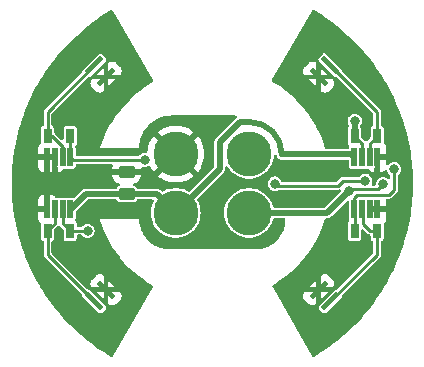
<source format=gbr>
%TF.GenerationSoftware,KiCad,Pcbnew,(7.0.0)*%
%TF.CreationDate,2024-02-03T20:33:07+01:00*%
%TF.ProjectId,Helios_rcv_10xx,48656c69-6f73-45f7-9263-765f31307878,rev?*%
%TF.SameCoordinates,PX9d5b340PY5f5e100*%
%TF.FileFunction,Copper,L1,Top*%
%TF.FilePolarity,Positive*%
%FSLAX46Y46*%
G04 Gerber Fmt 4.6, Leading zero omitted, Abs format (unit mm)*
G04 Created by KiCad (PCBNEW (7.0.0)) date 2024-02-03 20:33:07*
%MOMM*%
%LPD*%
G01*
G04 APERTURE LIST*
G04 Aperture macros list*
%AMRoundRect*
0 Rectangle with rounded corners*
0 $1 Rounding radius*
0 $2 $3 $4 $5 $6 $7 $8 $9 X,Y pos of 4 corners*
0 Add a 4 corners polygon primitive as box body*
4,1,4,$2,$3,$4,$5,$6,$7,$8,$9,$2,$3,0*
0 Add four circle primitives for the rounded corners*
1,1,$1+$1,$2,$3*
1,1,$1+$1,$4,$5*
1,1,$1+$1,$6,$7*
1,1,$1+$1,$8,$9*
0 Add four rect primitives between the rounded corners*
20,1,$1+$1,$2,$3,$4,$5,0*
20,1,$1+$1,$4,$5,$6,$7,0*
20,1,$1+$1,$6,$7,$8,$9,0*
20,1,$1+$1,$8,$9,$2,$3,0*%
%AMRotRect*
0 Rectangle, with rotation*
0 The origin of the aperture is its center*
0 $1 length*
0 $2 width*
0 $3 Rotation angle, in degrees counterclockwise*
0 Add horizontal line*
21,1,$1,$2,0,0,$3*%
G04 Aperture macros list end*
%TA.AperFunction,SMDPad,CuDef*%
%ADD10R,0.500000X1.500000*%
%TD*%
%TA.AperFunction,SMDPad,CuDef*%
%ADD11RoundRect,0.250000X-0.475000X0.250000X-0.475000X-0.250000X0.475000X-0.250000X0.475000X0.250000X0*%
%TD*%
%TA.AperFunction,SMDPad,CuDef*%
%ADD12R,0.700000X1.300000*%
%TD*%
%TA.AperFunction,SMDPad,CuDef*%
%ADD13RotRect,1.900000X0.400000X225.000000*%
%TD*%
%TA.AperFunction,SMDPad,CuDef*%
%ADD14RotRect,1.900000X0.400000X45.000000*%
%TD*%
%TA.AperFunction,SMDPad,CuDef*%
%ADD15RotRect,1.900000X0.400000X315.000000*%
%TD*%
%TA.AperFunction,SMDPad,CuDef*%
%ADD16RotRect,1.900000X0.400000X135.000000*%
%TD*%
%TA.AperFunction,ComponentPad*%
%ADD17C,3.800000*%
%TD*%
%TA.AperFunction,ViaPad*%
%ADD18C,0.800000*%
%TD*%
%TA.AperFunction,Conductor*%
%ADD19C,0.250000*%
%TD*%
%TA.AperFunction,Conductor*%
%ADD20C,0.500000*%
%TD*%
G04 APERTURE END LIST*
D10*
%TO.P,U1,1,OA*%
%TO.N,F2*%
X12024999Y-2199999D03*
%TO.P,U1,2,-IA*%
%TO.N,Net-(F2-K)*%
X12674999Y-2199999D03*
%TO.P,U1,3,+IA*%
%TO.N,GND*%
X13324999Y-2199999D03*
%TO.P,U1,4,GND*%
X13974999Y-2199999D03*
%TO.P,U1,5,+IB*%
X13974999Y2199999D03*
%TO.P,U1,6,-IB*%
%TO.N,Net-(F3-K)*%
X13324999Y2199999D03*
%TO.P,U1,7,OB*%
%TO.N,F3*%
X12674999Y2199999D03*
%TO.P,U1,8,VCC*%
%TO.N,VCC*%
X12024999Y2199999D03*
%TD*%
D11*
%TO.P,C1,1*%
%TO.N,GND*%
X-7250000Y1000000D03*
%TO.P,C1,2*%
%TO.N,VCC*%
X-7250000Y-900000D03*
%TD*%
D12*
%TO.P,R0,1*%
%TO.N,F0*%
X-12049999Y3999999D03*
%TO.P,R0,2*%
%TO.N,Net-(F0-K)*%
X-13949999Y3999999D03*
%TD*%
D13*
%TO.P,F2,1,K*%
%TO.N,Net-(F2-K)*%
X9994974Y-9994974D03*
%TO.P,F2,2,A*%
%TO.N,GND*%
X9005024Y-9005024D03*
%TD*%
D14*
%TO.P,F0,1,K*%
%TO.N,Net-(F0-K)*%
X-9994974Y9994974D03*
%TO.P,F0,2,A*%
%TO.N,GND*%
X-9005024Y9005024D03*
%TD*%
D12*
%TO.P,R3,1*%
%TO.N,F3*%
X12049999Y3999999D03*
%TO.P,R3,2*%
%TO.N,Net-(F3-K)*%
X13949999Y3999999D03*
%TD*%
D10*
%TO.P,U0,1,OA*%
%TO.N,F0*%
X-12024999Y2199999D03*
%TO.P,U0,2,-IA*%
%TO.N,Net-(F0-K)*%
X-12674999Y2199999D03*
%TO.P,U0,3,+IA*%
%TO.N,GND*%
X-13324999Y2199999D03*
%TO.P,U0,4,GND*%
X-13974999Y2199999D03*
%TO.P,U0,5,+IB*%
X-13974999Y-2199999D03*
%TO.P,U0,6,-IB*%
%TO.N,Net-(F1-K)*%
X-13324999Y-2199999D03*
%TO.P,U0,7,OB*%
%TO.N,F1*%
X-12674999Y-2199999D03*
%TO.P,U0,8,VCC*%
%TO.N,VCC*%
X-12024999Y-2199999D03*
%TD*%
D15*
%TO.P,F3,1,K*%
%TO.N,Net-(F3-K)*%
X9994974Y9994974D03*
%TO.P,F3,2,A*%
%TO.N,GND*%
X9005024Y9005024D03*
%TD*%
D16*
%TO.P,F1,1,K*%
%TO.N,Net-(F1-K)*%
X-9994974Y-9994974D03*
%TO.P,F1,2,A*%
%TO.N,GND*%
X-9005024Y-9005024D03*
%TD*%
D12*
%TO.P,R2,1*%
%TO.N,F2*%
X12049999Y-3999999D03*
%TO.P,R2,2*%
%TO.N,Net-(F2-K)*%
X13949999Y-3999999D03*
%TD*%
%TO.P,R1,1*%
%TO.N,F1*%
X-12049999Y-3999999D03*
%TO.P,R1,2*%
%TO.N,Net-(F1-K)*%
X-13949999Y-3999999D03*
%TD*%
D17*
%TO.P,J2,1,Pin_1*%
%TO.N,SCL*%
X3100000Y2500000D03*
%TO.P,J2,2,Pin_2*%
%TO.N,SDA*%
X3100000Y-2500000D03*
%TD*%
%TO.P,J1,1,Pin_1*%
%TO.N,GND*%
X-3100000Y2500000D03*
%TO.P,J1,2,Pin_2*%
%TO.N,VCC*%
X-3100000Y-2500000D03*
%TD*%
D18*
%TO.N,GND*%
X15086000Y5004000D03*
X9879000Y559000D03*
%TO.N,SDA*%
X11549500Y-675902D03*
X14451000Y-76000D03*
%TO.N,F0*%
X-5742000Y1956000D03*
%TO.N,F1*%
X-10568000Y-4013000D03*
X5285977Y-19939D03*
X12942874Y227099D03*
%TO.N,F2*%
X15396000Y1194000D03*
%TO.N,F3*%
X12050000Y5300000D03*
%TD*%
D19*
%TO.N,Net-(F0-K)*%
X-13575000Y4000000D02*
X-12675000Y3100000D01*
X-13950000Y6039950D02*
X-13950000Y4000000D01*
X-13950000Y4000000D02*
X-13575000Y4000000D01*
X-12675000Y3100000D02*
X-12675000Y2200000D01*
X-9994975Y9994975D02*
X-13950000Y6039950D01*
%TO.N,Net-(F1-K)*%
X-13950000Y-4000000D02*
X-13325000Y-3375000D01*
X-9994975Y-9994975D02*
X-13950000Y-6039950D01*
X-13325000Y-3375000D02*
X-13325000Y-2200000D01*
X-13950000Y-6039950D02*
X-13950000Y-4000000D01*
%TO.N,Net-(F2-K)*%
X13950000Y-4000000D02*
X13350000Y-4000000D01*
X12750000Y-3400000D02*
X12750000Y-2275000D01*
X13350000Y-4000000D02*
X12750000Y-3400000D01*
X9994975Y-9994975D02*
X13950000Y-6039950D01*
X13950000Y-6039950D02*
X13950000Y-4000000D01*
X12750000Y-2275000D02*
X12675000Y-2200000D01*
%TO.N,Net-(F3-K)*%
X13950000Y4000000D02*
X13325000Y3375000D01*
X13325000Y3375000D02*
X13325000Y2200000D01*
X13950000Y6039950D02*
X13950000Y4000000D01*
X9994975Y9994975D02*
X13950000Y6039950D01*
%TO.N,SDA*%
X14012000Y-515000D02*
X14451000Y-76000D01*
D20*
X11549500Y-675902D02*
X9725402Y-2500000D01*
D19*
X11710402Y-515000D02*
X14012000Y-515000D01*
D20*
X9725402Y-2500000D02*
X3100000Y-2500000D01*
D19*
X11549500Y-675902D02*
X11710402Y-515000D01*
D20*
%TO.N,VCC*%
X-7250000Y-900000D02*
X-10725000Y-900000D01*
X11975000Y2200000D02*
X11975000Y2250000D01*
X11761000Y2464000D02*
X5882484Y2464000D01*
X608000Y3480000D02*
X608000Y1208000D01*
X608000Y1208000D02*
X-3100000Y-2500000D01*
X-7250000Y-900000D02*
X-4700000Y-900000D01*
X-10725000Y-900000D02*
X-11975000Y-2150000D01*
X11975000Y2250000D02*
X11761000Y2464000D01*
X-11975000Y-2150000D02*
X-11975000Y-2200000D01*
X3149215Y5198484D02*
X2326484Y5198484D01*
X-4700000Y-900000D02*
X-3100000Y-2500000D01*
X2326484Y5198484D02*
X608000Y3480000D01*
X5882484Y2464000D02*
G75*
G03*
X3149215Y5198484I-2734484J0D01*
G01*
D19*
%TO.N,F0*%
X-11781000Y1956000D02*
X-12025000Y2200000D01*
X-12050000Y2225000D02*
X-12025000Y2200000D01*
X-12050000Y4000000D02*
X-12050000Y2225000D01*
X-5742000Y1956000D02*
X-11781000Y1956000D01*
%TO.N,F1*%
X5469038Y-203000D02*
X5285977Y-19939D01*
X-12050000Y-4000000D02*
X-10581000Y-4000000D01*
X-12050000Y-4000000D02*
X-12675000Y-3375000D01*
X-10581000Y-4000000D02*
X-10568000Y-4013000D01*
X-12675000Y-3375000D02*
X-12675000Y-2200000D01*
X10641000Y-203000D02*
X5469038Y-203000D01*
X11071099Y227099D02*
X10641000Y-203000D01*
X12942874Y227099D02*
X11071099Y227099D01*
%TO.N,F2*%
X15396000Y-528000D02*
X14959000Y-965000D01*
X12285000Y-965000D02*
X12025000Y-1225000D01*
X14959000Y-965000D02*
X12285000Y-965000D01*
X12025000Y-1225000D02*
X12025000Y-2200000D01*
X12050000Y-4000000D02*
X12050000Y-2225000D01*
X12050000Y-2225000D02*
X12025000Y-2200000D01*
X15396000Y1194000D02*
X15396000Y-528000D01*
D20*
%TO.N,F3*%
X12050000Y5300000D02*
X12050000Y4000000D01*
D19*
X12675000Y3375000D02*
X12675000Y2200000D01*
X12050000Y4000000D02*
X12675000Y3375000D01*
%TD*%
%TA.AperFunction,Conductor*%
%TO.N,GND*%
G36*
X-8471056Y14664506D02*
G01*
X-8424854Y14618594D01*
X-5036826Y8739369D01*
X-5020263Y8677355D01*
X-5036927Y8615368D01*
X-5082352Y8570018D01*
X-5219400Y8491045D01*
X-5219430Y8491027D01*
X-5220939Y8490157D01*
X-5222400Y8489201D01*
X-5222418Y8489189D01*
X-5695358Y8179418D01*
X-5695391Y8179396D01*
X-5696846Y8178442D01*
X-5698266Y8177392D01*
X-5698281Y8177381D01*
X-6152766Y7841139D01*
X-6152800Y7841113D01*
X-6154194Y7840081D01*
X-6155533Y7838968D01*
X-6155562Y7838944D01*
X-6590122Y7477316D01*
X-6590134Y7477306D01*
X-6591490Y7476177D01*
X-6592784Y7474970D01*
X-6592794Y7474960D01*
X-7006004Y7089139D01*
X-7006035Y7089109D01*
X-7007312Y7087916D01*
X-7008517Y7086655D01*
X-7008543Y7086629D01*
X-7399088Y6677836D01*
X-7399108Y6677815D01*
X-7400304Y6676562D01*
X-7401432Y6675239D01*
X-7401447Y6675221D01*
X-7768037Y6244804D01*
X-7768053Y6244785D01*
X-7769185Y6243455D01*
X-7770237Y6242068D01*
X-7770260Y6242038D01*
X-8111674Y5791434D01*
X-8112754Y5790008D01*
X-8113744Y5788534D01*
X-8113748Y5788528D01*
X-8428911Y5319158D01*
X-8428922Y5319142D01*
X-8429892Y5317696D01*
X-8430785Y5316188D01*
X-8430786Y5316185D01*
X-8717184Y4832083D01*
X-8719565Y4828059D01*
X-8720359Y4826525D01*
X-8720368Y4826507D01*
X-8980023Y4324253D01*
X-8980829Y4322693D01*
X-8981542Y4321098D01*
X-8981551Y4321078D01*
X-9212115Y3804855D01*
X-9212127Y3804827D01*
X-9212834Y3803243D01*
X-9213452Y3801618D01*
X-9213459Y3801599D01*
X-9413953Y3273693D01*
X-9414823Y3271402D01*
X-9415350Y3269734D01*
X-9415357Y3269713D01*
X-9495704Y3015266D01*
X-9495704Y3015264D01*
X-9500466Y3000183D01*
X-9500541Y3000000D01*
X-9500532Y2999978D01*
X-9500627Y2999674D01*
X-9500175Y2999532D01*
X-9500099Y2999500D01*
X-9500076Y2999500D01*
X-9499674Y2999373D01*
X-9499634Y2999500D01*
X-6200500Y2999500D01*
X-6199901Y2999500D01*
X-6199500Y2999500D01*
X-6199500Y2999901D01*
X-6199459Y3000000D01*
X-6199496Y3000088D01*
X-6193026Y3115300D01*
X-6181321Y3308810D01*
X-6179801Y3322042D01*
X-6155990Y3462177D01*
X-6155794Y3463288D01*
X-6126202Y3624770D01*
X-6123400Y3636691D01*
X-6082495Y3778675D01*
X-6081766Y3781106D01*
X-6034695Y3932162D01*
X-6030897Y3942651D01*
X-5973455Y4081328D01*
X-5972040Y4084606D01*
X-5908046Y4226794D01*
X-5903536Y4235806D01*
X-5831191Y4366705D01*
X-4609833Y4366705D01*
X-4603927Y4357480D01*
X-3111543Y2865096D01*
X-3100000Y2858432D01*
X-3088458Y2865096D01*
X-1596073Y4357482D01*
X-1590169Y4366706D01*
X-1597440Y4374889D01*
X-1808321Y4528103D01*
X-1814892Y4532273D01*
X-2072695Y4674001D01*
X-2079734Y4677314D01*
X-2353271Y4785614D01*
X-2360666Y4788017D01*
X-2645626Y4861183D01*
X-2653257Y4862638D01*
X-2945141Y4899512D01*
X-2952899Y4900000D01*
X-3247101Y4900000D01*
X-3254860Y4899512D01*
X-3546744Y4862638D01*
X-3554375Y4861183D01*
X-3839335Y4788017D01*
X-3846730Y4785614D01*
X-4120267Y4677314D01*
X-4127306Y4674001D01*
X-4385101Y4532277D01*
X-4391691Y4528095D01*
X-4602559Y4374891D01*
X-4609833Y4366705D01*
X-5831191Y4366705D01*
X-5830382Y4368169D01*
X-5828020Y4372254D01*
X-5747979Y4504658D01*
X-5743030Y4512205D01*
X-5655135Y4636082D01*
X-5651714Y4640668D01*
X-5556614Y4762054D01*
X-5551534Y4768123D01*
X-5450140Y4881583D01*
X-5445449Y4886544D01*
X-5336544Y4995449D01*
X-5331583Y5000140D01*
X-5218123Y5101534D01*
X-5212054Y5106614D01*
X-5090668Y5201714D01*
X-5086082Y5205135D01*
X-4962205Y5293030D01*
X-4954658Y5297979D01*
X-4822254Y5378020D01*
X-4818169Y5380382D01*
X-4685806Y5453536D01*
X-4676794Y5458046D01*
X-4534606Y5522040D01*
X-4531328Y5523455D01*
X-4392651Y5580897D01*
X-4382162Y5584695D01*
X-4231106Y5631766D01*
X-4228675Y5632495D01*
X-4086691Y5673400D01*
X-4074770Y5676202D01*
X-3913288Y5705794D01*
X-3912177Y5705990D01*
X-3772042Y5729801D01*
X-3758810Y5731321D01*
X-3565431Y5743018D01*
X-3453350Y5749312D01*
X-3446638Y5749506D01*
X1948662Y5757307D01*
X2005009Y5743857D01*
X2049097Y5706278D01*
X2071303Y5652774D01*
X2066782Y5595021D01*
X2036520Y5545624D01*
X2015542Y5524647D01*
X2012206Y5521433D01*
X1977099Y5488858D01*
X1977095Y5488854D01*
X1970290Y5482539D01*
X1966821Y5476533D01*
X1961723Y5470828D01*
X312263Y3821368D01*
X301898Y3812105D01*
X281297Y3795676D01*
X281291Y3795671D01*
X274030Y3789879D01*
X268797Y3782205D01*
X268796Y3782203D01*
X241824Y3742644D01*
X239144Y3738868D01*
X210724Y3700359D01*
X210721Y3700354D01*
X205207Y3692882D01*
X202370Y3684776D01*
X197528Y3677673D01*
X194791Y3668801D01*
X194788Y3668794D01*
X180672Y3623032D01*
X179225Y3618633D01*
X163422Y3573468D01*
X160354Y3564699D01*
X160032Y3556114D01*
X157500Y3547902D01*
X157500Y3538615D01*
X157500Y3490738D01*
X157413Y3486101D01*
X155623Y3438281D01*
X155623Y3438277D01*
X155276Y3428990D01*
X157071Y3422288D01*
X157500Y3414658D01*
X157500Y1445966D01*
X148061Y1398513D01*
X121181Y1358285D01*
X-1898558Y-661452D01*
X-1944714Y-690611D01*
X-1998920Y-697121D01*
X-2050665Y-679720D01*
X-2131375Y-630639D01*
X-2165204Y-615945D01*
X-2391061Y-517841D01*
X-2391071Y-517837D01*
X-2394942Y-516156D01*
X-2406099Y-513030D01*
X-2667563Y-439771D01*
X-2667576Y-439768D01*
X-2671642Y-438629D01*
X-2675832Y-438053D01*
X-2675842Y-438051D01*
X-2952125Y-400076D01*
X-2952138Y-400075D01*
X-2956322Y-399500D01*
X-3243678Y-399500D01*
X-3247862Y-400075D01*
X-3247876Y-400076D01*
X-3524159Y-438051D01*
X-3524172Y-438053D01*
X-3528358Y-438629D01*
X-3532423Y-439767D01*
X-3532438Y-439771D01*
X-3800987Y-515015D01*
X-3800992Y-515016D01*
X-3805058Y-516156D01*
X-3808925Y-517835D01*
X-3808940Y-517841D01*
X-4064739Y-628950D01*
X-4064752Y-628956D01*
X-4068625Y-630639D01*
X-4072236Y-632835D01*
X-4072251Y-632843D01*
X-4149336Y-679719D01*
X-4201084Y-697121D01*
X-4255289Y-690611D01*
X-4301445Y-661452D01*
X-4358632Y-604265D01*
X-4367898Y-593896D01*
X-4384324Y-573298D01*
X-4384328Y-573294D01*
X-4390121Y-566030D01*
X-4437357Y-533825D01*
X-4441130Y-531148D01*
X-4445229Y-528123D01*
X-4487118Y-497207D01*
X-4495225Y-494370D01*
X-4502327Y-489528D01*
X-4511202Y-486790D01*
X-4511205Y-486789D01*
X-4556951Y-472679D01*
X-4561356Y-471230D01*
X-4606535Y-455421D01*
X-4606537Y-455420D01*
X-4615301Y-452354D01*
X-4623887Y-452032D01*
X-4632098Y-449500D01*
X-4641388Y-449500D01*
X-4689262Y-449500D01*
X-4693899Y-449413D01*
X-4741720Y-447623D01*
X-4741725Y-447623D01*
X-4751010Y-447276D01*
X-4757713Y-449071D01*
X-4765342Y-449500D01*
X-6300471Y-449500D01*
X-6356352Y-436195D01*
X-6400241Y-399133D01*
X-6447332Y-335327D01*
X-6452850Y-327850D01*
X-6469893Y-315272D01*
X-6554642Y-252724D01*
X-6554645Y-252722D01*
X-6562118Y-247207D01*
X-6570885Y-244139D01*
X-6570891Y-244136D01*
X-6626402Y-224712D01*
X-6679053Y-188997D01*
X-6707062Y-131874D01*
X-6703057Y-68379D01*
X-6668092Y-15227D01*
X-6621607Y8390D01*
X-6622304Y10494D01*
X-6462733Y63371D01*
X-6449734Y69433D01*
X-6312806Y153891D01*
X-6301545Y162795D01*
X-6187795Y276545D01*
X-6178891Y287806D01*
X-6094433Y424734D01*
X-6088371Y437733D01*
X-6037625Y590875D01*
X-6034806Y604042D01*
X-6031817Y633296D01*
X-4609833Y633296D01*
X-4602562Y625113D01*
X-4391680Y471898D01*
X-4385109Y467728D01*
X-4127306Y326000D01*
X-4120267Y322687D01*
X-3846730Y214387D01*
X-3839335Y211984D01*
X-3554375Y138818D01*
X-3546744Y137363D01*
X-3254860Y100489D01*
X-3247101Y100000D01*
X-2952899Y100000D01*
X-2945141Y100489D01*
X-2653257Y137363D01*
X-2645626Y138818D01*
X-2360666Y211984D01*
X-2353271Y214387D01*
X-2079734Y322687D01*
X-2072695Y326000D01*
X-1814892Y467728D01*
X-1808322Y471898D01*
X-1597440Y625113D01*
X-1590169Y633296D01*
X-1596073Y642520D01*
X-3088458Y2134905D01*
X-3100000Y2141569D01*
X-3111543Y2134905D01*
X-4603929Y642520D01*
X-4609833Y633296D01*
X-6031817Y633296D01*
X-6025320Y696891D01*
X-6025000Y703168D01*
X-6025000Y733674D01*
X-6028451Y746550D01*
X-6041326Y750000D01*
X-8458673Y750000D01*
X-8471549Y746550D01*
X-8474999Y733674D01*
X-8474999Y703171D01*
X-8474679Y696889D01*
X-8465195Y604041D01*
X-8462377Y590878D01*
X-8411630Y437733D01*
X-8405568Y424734D01*
X-8321110Y287806D01*
X-8312206Y276545D01*
X-8198456Y162795D01*
X-8187195Y153891D01*
X-8050267Y69433D01*
X-8037268Y63371D01*
X-7877696Y10494D01*
X-7878394Y8391D01*
X-7831902Y-15233D01*
X-7796942Y-68385D01*
X-7792940Y-131878D01*
X-7820949Y-188999D01*
X-7873598Y-224712D01*
X-7929111Y-244137D01*
X-7929117Y-244139D01*
X-7937882Y-247207D01*
X-7945354Y-252720D01*
X-7945359Y-252724D01*
X-8039673Y-322331D01*
X-8039676Y-322333D01*
X-8047150Y-327850D01*
X-8052667Y-335324D01*
X-8052669Y-335327D01*
X-8099759Y-399133D01*
X-8143648Y-436195D01*
X-8199529Y-449500D01*
X-10692739Y-449500D01*
X-10706622Y-448720D01*
X-10732801Y-445770D01*
X-10732804Y-445770D01*
X-10742035Y-444730D01*
X-10798205Y-455357D01*
X-10802758Y-456131D01*
X-10850106Y-463268D01*
X-10850107Y-463268D01*
X-10859287Y-464652D01*
X-10867027Y-468379D01*
X-10875472Y-469977D01*
X-10883683Y-474316D01*
X-10883690Y-474319D01*
X-10926037Y-496699D01*
X-10930170Y-498786D01*
X-10972433Y-519140D01*
X-10981642Y-523575D01*
X-10987940Y-529417D01*
X-10995538Y-533434D01*
X-11002099Y-539994D01*
X-11002106Y-540000D01*
X-11035955Y-573849D01*
X-11039291Y-577063D01*
X-11074383Y-609624D01*
X-11074387Y-609628D01*
X-11081194Y-615945D01*
X-11084663Y-621950D01*
X-11089759Y-627653D01*
X-11675286Y-1213181D01*
X-11715514Y-1240061D01*
X-11762967Y-1249500D01*
X-12294748Y-1249500D01*
X-12300715Y-1250686D01*
X-12300727Y-1250688D01*
X-12325816Y-1255678D01*
X-12374191Y-1255678D01*
X-12393267Y-1251884D01*
X-12405252Y-1249500D01*
X-12944748Y-1249500D01*
X-12950715Y-1250686D01*
X-12950727Y-1250688D01*
X-12975816Y-1255678D01*
X-13024191Y-1255678D01*
X-13043267Y-1251884D01*
X-13055252Y-1249500D01*
X-13188444Y-1249500D01*
X-13243948Y-1236384D01*
X-13287711Y-1199811D01*
X-13362499Y-1099907D01*
X-13374908Y-1087498D01*
X-13475811Y-1011962D01*
X-13491223Y-1003547D01*
X-13610359Y-959111D01*
X-13625333Y-955573D01*
X-13673886Y-950353D01*
X-13680482Y-950000D01*
X-13708674Y-950000D01*
X-13721550Y-953450D01*
X-13725000Y-966326D01*
X-13725000Y-1275986D01*
X-13730340Y-1311982D01*
X-13745897Y-1344874D01*
X-13763867Y-1371769D01*
X-13766250Y-1383745D01*
X-13766250Y-1383747D01*
X-13774311Y-1424271D01*
X-13774312Y-1424277D01*
X-13775500Y-1430252D01*
X-13775500Y-1436348D01*
X-13775500Y-2326000D01*
X-13792113Y-2388000D01*
X-13837500Y-2433387D01*
X-13899500Y-2450000D01*
X-14708674Y-2450000D01*
X-14721550Y-2453450D01*
X-14725000Y-2466326D01*
X-14725000Y-2994518D01*
X-14724647Y-3001114D01*
X-14719427Y-3049667D01*
X-14715889Y-3064641D01*
X-14671453Y-3183777D01*
X-14663038Y-3199189D01*
X-14587502Y-3300092D01*
X-14575093Y-3312501D01*
X-14550189Y-3331144D01*
X-14513616Y-3374907D01*
X-14500500Y-3430411D01*
X-14500500Y-4669748D01*
X-14488867Y-4728231D01*
X-14444552Y-4794552D01*
X-14378231Y-4838867D01*
X-14366253Y-4841249D01*
X-14354970Y-4845923D01*
X-14355926Y-4848230D01*
X-14324018Y-4862686D01*
X-14288289Y-4906218D01*
X-14275500Y-4961065D01*
X-14275500Y-6020323D01*
X-14275972Y-6031131D01*
X-14278319Y-6057950D01*
X-14278319Y-6057953D01*
X-14279264Y-6068757D01*
X-14276457Y-6079232D01*
X-14276457Y-6079233D01*
X-14269487Y-6105247D01*
X-14267148Y-6115802D01*
X-14262473Y-6142311D01*
X-14262472Y-6142316D01*
X-14260588Y-6152995D01*
X-14255169Y-6162382D01*
X-14253916Y-6165823D01*
X-14252362Y-6169156D01*
X-14249554Y-6179634D01*
X-14227888Y-6210577D01*
X-14222086Y-6219685D01*
X-14208619Y-6243010D01*
X-14208618Y-6243011D01*
X-14203194Y-6252405D01*
X-14174243Y-6276697D01*
X-14166282Y-6283994D01*
X-11045864Y-9404412D01*
X-11024186Y-9433641D01*
X-11011927Y-9467902D01*
X-10997015Y-9542876D01*
X-10963887Y-9592456D01*
X-9592456Y-10963887D01*
X-9542876Y-10997015D01*
X-9464645Y-11012575D01*
X-9386413Y-10997015D01*
X-9336834Y-10963887D01*
X-9026063Y-10653116D01*
X-8992935Y-10603537D01*
X-8977375Y-10525305D01*
X-8992935Y-10447074D01*
X-9026063Y-10397494D01*
X-9240793Y-10182764D01*
X-8805025Y-10182764D01*
X-8802782Y-10194042D01*
X-8796453Y-10203514D01*
X-8791850Y-10207649D01*
X-8753832Y-10238286D01*
X-8740744Y-10246371D01*
X-8625078Y-10299193D01*
X-8608230Y-10304140D01*
X-8483473Y-10322077D01*
X-8465917Y-10322077D01*
X-8341161Y-10304140D01*
X-8324313Y-10299193D01*
X-8208647Y-10246371D01*
X-8195559Y-10238286D01*
X-8157541Y-10207649D01*
X-8152615Y-10203224D01*
X-7806826Y-9857435D01*
X-7802401Y-9852509D01*
X-7771764Y-9814491D01*
X-7763679Y-9801403D01*
X-7710857Y-9685737D01*
X-7705910Y-9668889D01*
X-7687973Y-9544133D01*
X-7687973Y-9526577D01*
X-7705910Y-9401820D01*
X-7710857Y-9384972D01*
X-7763679Y-9269306D01*
X-7771764Y-9256218D01*
X-7802401Y-9218200D01*
X-7806536Y-9213597D01*
X-7816008Y-9207268D01*
X-7827286Y-9205025D01*
X-8788699Y-9205025D01*
X-8801575Y-9208475D01*
X-8805025Y-9221351D01*
X-8805025Y-10182764D01*
X-9240793Y-10182764D01*
X-10216302Y-9207255D01*
X-9789590Y-9207255D01*
X-9784598Y-9215402D01*
X-9215403Y-9784597D01*
X-9207256Y-9789589D01*
X-9205025Y-9780299D01*
X-9205025Y-9221351D01*
X-9208476Y-9208475D01*
X-9221351Y-9205025D01*
X-9780299Y-9205025D01*
X-9789590Y-9207255D01*
X-10216302Y-9207255D01*
X-10397494Y-9026063D01*
X-10447074Y-8992935D01*
X-10459049Y-8990553D01*
X-10522047Y-8978023D01*
X-10556309Y-8965764D01*
X-10585538Y-8944086D01*
X-11046151Y-8483473D01*
X-10322077Y-8483473D01*
X-10304141Y-8608229D01*
X-10299194Y-8625077D01*
X-10246372Y-8740743D01*
X-10238287Y-8753831D01*
X-10207650Y-8791849D01*
X-10203515Y-8796452D01*
X-10194043Y-8802781D01*
X-10182764Y-8805025D01*
X-9221351Y-8805025D01*
X-9208476Y-8801574D01*
X-9205025Y-8788699D01*
X-8805025Y-8788699D01*
X-8801575Y-8801574D01*
X-8788699Y-8805025D01*
X-8229751Y-8805025D01*
X-8220461Y-8802794D01*
X-8225453Y-8794647D01*
X-8794648Y-8225452D01*
X-8802795Y-8220460D01*
X-8805025Y-8229751D01*
X-8805025Y-8788699D01*
X-9205025Y-8788699D01*
X-9205025Y-7827286D01*
X-9207269Y-7816007D01*
X-9213598Y-7806535D01*
X-9218201Y-7802400D01*
X-9256219Y-7771763D01*
X-9269307Y-7763678D01*
X-9384973Y-7710856D01*
X-9401821Y-7705909D01*
X-9526577Y-7687973D01*
X-9544133Y-7687973D01*
X-9668890Y-7705909D01*
X-9685738Y-7710856D01*
X-9801404Y-7763678D01*
X-9814492Y-7771763D01*
X-9852510Y-7802400D01*
X-9857436Y-7806825D01*
X-10203225Y-8152614D01*
X-10207650Y-8157540D01*
X-10238287Y-8195558D01*
X-10246372Y-8208646D01*
X-10299194Y-8324312D01*
X-10304141Y-8341160D01*
X-10322077Y-8465917D01*
X-10322077Y-8483473D01*
X-11046151Y-8483473D01*
X-13588181Y-5941443D01*
X-13615061Y-5901215D01*
X-13624500Y-5853762D01*
X-13624500Y-4961065D01*
X-13611711Y-4906218D01*
X-13575982Y-4862686D01*
X-13544075Y-4848230D01*
X-13545030Y-4845923D01*
X-13533749Y-4841249D01*
X-13521769Y-4838867D01*
X-13455448Y-4794552D01*
X-13411133Y-4728231D01*
X-13399500Y-4669748D01*
X-13399500Y-3961188D01*
X-13390061Y-3913736D01*
X-13363184Y-3873510D01*
X-13108692Y-3619017D01*
X-13100750Y-3611740D01*
X-13079702Y-3594079D01*
X-13028594Y-3568414D01*
X-12971401Y-3568415D01*
X-12920297Y-3594081D01*
X-12899246Y-3611746D01*
X-12891282Y-3619044D01*
X-12636819Y-3873507D01*
X-12609939Y-3913735D01*
X-12600500Y-3961188D01*
X-12600500Y-4669748D01*
X-12588867Y-4728231D01*
X-12544552Y-4794552D01*
X-12478231Y-4838867D01*
X-12419748Y-4850500D01*
X-11686348Y-4850500D01*
X-11680252Y-4850500D01*
X-11621769Y-4838867D01*
X-11555448Y-4794552D01*
X-11511133Y-4728231D01*
X-11499500Y-4669748D01*
X-11499500Y-4449500D01*
X-11482887Y-4387500D01*
X-11437500Y-4342113D01*
X-11375500Y-4325500D01*
X-11146274Y-4325500D01*
X-11091430Y-4338288D01*
X-11047899Y-4374013D01*
X-10996282Y-4441282D01*
X-10870841Y-4537536D01*
X-10724762Y-4598044D01*
X-10568000Y-4618682D01*
X-10411238Y-4598044D01*
X-10265159Y-4537536D01*
X-10139718Y-4441282D01*
X-10043464Y-4315841D01*
X-9982956Y-4169762D01*
X-9962318Y-4013000D01*
X-9980682Y-3873508D01*
X-9981895Y-3864297D01*
X-9981896Y-3864296D01*
X-9982956Y-3856238D01*
X-10043464Y-3710159D01*
X-10139718Y-3584718D01*
X-10160965Y-3568415D01*
X-10258712Y-3493411D01*
X-10265159Y-3488464D01*
X-10339461Y-3457687D01*
X-10403729Y-3431066D01*
X-10403732Y-3431065D01*
X-10411238Y-3427956D01*
X-10419292Y-3426895D01*
X-10419298Y-3426894D01*
X-10559941Y-3408379D01*
X-10568000Y-3407318D01*
X-10576059Y-3408379D01*
X-10716703Y-3426894D01*
X-10716711Y-3426896D01*
X-10724762Y-3427956D01*
X-10732267Y-3431064D01*
X-10732272Y-3431066D01*
X-10863334Y-3485354D01*
X-10863338Y-3485355D01*
X-10870841Y-3488464D01*
X-10877286Y-3493408D01*
X-10877289Y-3493411D01*
X-10989836Y-3579771D01*
X-10989840Y-3579774D01*
X-10996282Y-3584718D01*
X-11001226Y-3591160D01*
X-11001229Y-3591164D01*
X-11027948Y-3625986D01*
X-11071480Y-3661712D01*
X-11126324Y-3674500D01*
X-11375500Y-3674500D01*
X-11437500Y-3657887D01*
X-11482887Y-3612500D01*
X-11499500Y-3550500D01*
X-11499500Y-3336348D01*
X-11499500Y-3330252D01*
X-11511133Y-3271769D01*
X-11555448Y-3205448D01*
X-11565602Y-3198663D01*
X-11574217Y-3190048D01*
X-11603956Y-3142223D01*
X-11609475Y-3086177D01*
X-11595984Y-3050336D01*
X-11597592Y-3049670D01*
X-11592919Y-3038385D01*
X-11586133Y-3028231D01*
X-11574500Y-2969748D01*
X-11574500Y-2443489D01*
X-11564086Y-2397858D01*
X-11564542Y-2397718D01*
X-11564528Y-2397673D01*
X-11564221Y-2396677D01*
X-11563569Y-2395594D01*
X-11562664Y-2391627D01*
X-11561789Y-2388791D01*
X-11557756Y-2380417D01*
X-11555176Y-2381659D01*
X-11533398Y-2345499D01*
X-10574717Y-1386819D01*
X-10534488Y-1359939D01*
X-10487035Y-1350500D01*
X-8199529Y-1350500D01*
X-8143648Y-1363805D01*
X-8099759Y-1400867D01*
X-8047150Y-1472150D01*
X-8039673Y-1477668D01*
X-7967315Y-1531071D01*
X-7937882Y-1552793D01*
X-7809699Y-1597646D01*
X-7779266Y-1600500D01*
X-6723627Y-1600500D01*
X-6720734Y-1600500D01*
X-6690301Y-1597646D01*
X-6562118Y-1552793D01*
X-6452850Y-1472150D01*
X-6400242Y-1400867D01*
X-6356352Y-1363805D01*
X-6300471Y-1350500D01*
X-5074020Y-1350500D01*
X-5013246Y-1366414D01*
X-4968072Y-1410072D01*
X-4950092Y-1470267D01*
X-4963922Y-1531548D01*
X-5029155Y-1657440D01*
X-5029160Y-1657450D01*
X-5031104Y-1661203D01*
X-5032521Y-1665188D01*
X-5032525Y-1665199D01*
X-5089536Y-1825614D01*
X-5127334Y-1931968D01*
X-5128195Y-1936112D01*
X-5128197Y-1936119D01*
X-5184937Y-2209167D01*
X-5184939Y-2209177D01*
X-5185798Y-2213314D01*
X-5186087Y-2217529D01*
X-5186087Y-2217534D01*
X-5198341Y-2396679D01*
X-5205408Y-2500000D01*
X-5185798Y-2786686D01*
X-5184939Y-2790824D01*
X-5184937Y-2790832D01*
X-5131011Y-3050336D01*
X-5127334Y-3068032D01*
X-5125916Y-3072021D01*
X-5125915Y-3072025D01*
X-5041269Y-3310197D01*
X-5031104Y-3338797D01*
X-5029157Y-3342555D01*
X-5029155Y-3342559D01*
X-4900851Y-3590173D01*
X-4898901Y-3593936D01*
X-4896455Y-3597401D01*
X-4735634Y-3825235D01*
X-4735630Y-3825240D01*
X-4733189Y-3828698D01*
X-4537053Y-4038708D01*
X-4533772Y-4041377D01*
X-4533769Y-4041380D01*
X-4494423Y-4073390D01*
X-4314147Y-4220055D01*
X-4068625Y-4369361D01*
X-4064740Y-4371048D01*
X-4064739Y-4371049D01*
X-3850323Y-4464183D01*
X-3805058Y-4483844D01*
X-3613427Y-4537536D01*
X-3532438Y-4560228D01*
X-3532436Y-4560228D01*
X-3528358Y-4561371D01*
X-3243678Y-4600500D01*
X-2960559Y-4600500D01*
X-2956322Y-4600500D01*
X-2671642Y-4561371D01*
X-2394942Y-4483844D01*
X-2131375Y-4369361D01*
X-1885853Y-4220055D01*
X-1662947Y-4038708D01*
X-1466811Y-3828698D01*
X-1301099Y-3593936D01*
X-1168896Y-3338797D01*
X-1072666Y-3068032D01*
X-1014202Y-2786686D01*
X-994592Y-2500000D01*
X-1014202Y-2213314D01*
X-1072666Y-1931968D01*
X-1168896Y-1661203D01*
X-1282516Y-1441928D01*
X-1296217Y-1391935D01*
X-1288283Y-1340707D01*
X-1260101Y-1297202D01*
X903744Y866643D01*
X914093Y875891D01*
X941970Y898121D01*
X974191Y945382D01*
X976830Y949102D01*
X1010793Y995118D01*
X1013629Y1003225D01*
X1018472Y1010327D01*
X1035325Y1064970D01*
X1036762Y1069338D01*
X1055646Y1123301D01*
X1055967Y1131887D01*
X1058500Y1140098D01*
X1058500Y1197262D01*
X1058587Y1201899D01*
X1060376Y1249720D01*
X1060724Y1259010D01*
X1058928Y1265713D01*
X1058500Y1273342D01*
X1058500Y1365422D01*
X1075682Y1428397D01*
X1122466Y1473920D01*
X1185887Y1489376D01*
X1248369Y1470480D01*
X1292596Y1422473D01*
X1301099Y1406064D01*
X1332474Y1361616D01*
X1464366Y1174765D01*
X1464370Y1174760D01*
X1466811Y1171302D01*
X1533492Y1099904D01*
X1658245Y966326D01*
X1662947Y961292D01*
X1666228Y958623D01*
X1666231Y958620D01*
X1740595Y898121D01*
X1885853Y779945D01*
X2131375Y630639D01*
X2135260Y628952D01*
X2135261Y628951D01*
X2385097Y520432D01*
X2394942Y516156D01*
X2606067Y457002D01*
X2667562Y439772D01*
X2667564Y439772D01*
X2671642Y438629D01*
X2956322Y399500D01*
X3239441Y399500D01*
X3243678Y399500D01*
X3528358Y438629D01*
X3805058Y516156D01*
X4068625Y630639D01*
X4314147Y779945D01*
X4537053Y961292D01*
X4733189Y1171302D01*
X4898901Y1406064D01*
X5031104Y1661203D01*
X5127334Y1931968D01*
X5185798Y2213314D01*
X5194802Y2344957D01*
X5218910Y2410353D01*
X5274489Y2452415D01*
X5343977Y2457850D01*
X5405420Y2424942D01*
X5438022Y2366562D01*
X5438318Y2362622D01*
X5441711Y2353975D01*
X5441712Y2353973D01*
X5451340Y2329441D01*
X5455684Y2316240D01*
X5462685Y2290114D01*
X5466749Y2283074D01*
X5466750Y2283073D01*
X5470811Y2276039D01*
X5478849Y2259347D01*
X5484536Y2244858D01*
X5487932Y2236206D01*
X5503435Y2216766D01*
X5513863Y2201471D01*
X5521995Y2187387D01*
X5527742Y2181640D01*
X5541110Y2168272D01*
X5550376Y2157904D01*
X5572605Y2130030D01*
X5580282Y2124796D01*
X5580283Y2124795D01*
X5584203Y2122122D01*
X5594777Y2113361D01*
X5600123Y2109259D01*
X5605871Y2103511D01*
X5638610Y2084609D01*
X5646450Y2079682D01*
X5677126Y2058767D01*
X5677129Y2058766D01*
X5684811Y2053528D01*
X5695099Y2050355D01*
X5702661Y2047629D01*
X5708598Y2044201D01*
X5755516Y2031630D01*
X5759918Y2030361D01*
X5814582Y2013500D01*
X5823175Y2013500D01*
X11450500Y2013500D01*
X11512500Y1996887D01*
X11557887Y1951500D01*
X11574500Y1889500D01*
X11574500Y1430252D01*
X11575688Y1424277D01*
X11575689Y1424272D01*
X11580712Y1399020D01*
X11586133Y1371769D01*
X11592916Y1361617D01*
X11592917Y1361616D01*
X11605554Y1342703D01*
X11630448Y1305448D01*
X11696769Y1261133D01*
X11755252Y1249500D01*
X12288654Y1249500D01*
X12294748Y1249500D01*
X12325804Y1255679D01*
X12374189Y1255679D01*
X12405252Y1249500D01*
X12938654Y1249500D01*
X12944748Y1249500D01*
X12975804Y1255679D01*
X13024189Y1255679D01*
X13055252Y1249500D01*
X13061347Y1249500D01*
X13188444Y1249500D01*
X13243948Y1236384D01*
X13287711Y1199811D01*
X13362498Y1099908D01*
X13374907Y1087499D01*
X13475810Y1011963D01*
X13491222Y1003548D01*
X13610358Y959112D01*
X13625332Y955574D01*
X13673885Y950354D01*
X13680482Y950000D01*
X13708674Y950000D01*
X13721549Y953451D01*
X13725000Y966326D01*
X13725000Y1275986D01*
X13730340Y1311982D01*
X13745896Y1344875D01*
X13763867Y1371769D01*
X13775500Y1430252D01*
X13775500Y2326000D01*
X13792113Y2388000D01*
X13837500Y2433387D01*
X13899500Y2450000D01*
X14708674Y2450000D01*
X14721549Y2453451D01*
X14725000Y2466326D01*
X14725000Y2994518D01*
X14724646Y3001115D01*
X14719426Y3049670D01*
X14715888Y3064642D01*
X14671452Y3183778D01*
X14663037Y3199190D01*
X14587501Y3300093D01*
X14575092Y3312502D01*
X14550189Y3331144D01*
X14513616Y3374907D01*
X14500500Y3430411D01*
X14500500Y4663652D01*
X14500500Y4669748D01*
X14488867Y4728231D01*
X14444552Y4794552D01*
X14378231Y4838867D01*
X14366253Y4841250D01*
X14354970Y4845923D01*
X14355925Y4848231D01*
X14324018Y4862686D01*
X14288289Y4906218D01*
X14275500Y4961065D01*
X14275500Y6020323D01*
X14275972Y6031131D01*
X14278318Y6057949D01*
X14279264Y6068757D01*
X14269481Y6105265D01*
X14267145Y6115807D01*
X14262472Y6142309D01*
X14260588Y6152995D01*
X14255160Y6162395D01*
X14253910Y6165831D01*
X14252363Y6169149D01*
X14249554Y6179634D01*
X14233062Y6203186D01*
X14227892Y6210571D01*
X14222080Y6219693D01*
X14209179Y6242038D01*
X14203194Y6252405D01*
X14194881Y6259380D01*
X14194880Y6259382D01*
X14174255Y6276688D01*
X14166280Y6283996D01*
X11045863Y9404413D01*
X11024185Y9433642D01*
X11011926Y9467904D01*
X10997015Y9542876D01*
X10963887Y9592456D01*
X9592456Y10963887D01*
X9542876Y10997015D01*
X9530901Y10999397D01*
X9476621Y11010193D01*
X9464645Y11012575D01*
X9452669Y11010193D01*
X9398389Y10999398D01*
X9398384Y10999397D01*
X9386413Y10997015D01*
X9376262Y10990233D01*
X9376259Y10990231D01*
X9341898Y10967271D01*
X9336834Y10963887D01*
X9332531Y10959585D01*
X9332526Y10959580D01*
X9030370Y10657424D01*
X9030365Y10657419D01*
X9026063Y10653116D01*
X9022680Y10648055D01*
X9022679Y10648052D01*
X8999719Y10613691D01*
X8999717Y10613688D01*
X8992935Y10603537D01*
X8990553Y10591566D01*
X8990552Y10591561D01*
X8980027Y10538642D01*
X8977375Y10525305D01*
X8992935Y10447074D01*
X9026063Y10397494D01*
X10397494Y9026063D01*
X10447074Y8992935D01*
X10522046Y8978024D01*
X10556308Y8965765D01*
X10585537Y8944087D01*
X13588181Y5941443D01*
X13615061Y5901215D01*
X13624500Y5853762D01*
X13624500Y4961065D01*
X13611711Y4906218D01*
X13575982Y4862686D01*
X13544074Y4848231D01*
X13545030Y4845923D01*
X13533746Y4841250D01*
X13521769Y4838867D01*
X13511618Y4832085D01*
X13511615Y4832083D01*
X13465601Y4801337D01*
X13465598Y4801335D01*
X13455448Y4794552D01*
X13448665Y4784402D01*
X13448663Y4784399D01*
X13417917Y4738385D01*
X13417915Y4738382D01*
X13411133Y4728231D01*
X13408750Y4716255D01*
X13408750Y4716253D01*
X13400689Y4675729D01*
X13400688Y4675723D01*
X13399500Y4669748D01*
X13399500Y4663652D01*
X13399500Y3961188D01*
X13390061Y3913735D01*
X13363183Y3873510D01*
X13172331Y3682658D01*
X13108715Y3619042D01*
X13100743Y3611738D01*
X13079709Y3594087D01*
X13028599Y3568416D01*
X12971405Y3568415D01*
X12920294Y3594084D01*
X12899261Y3611733D01*
X12891286Y3619041D01*
X12636819Y3873508D01*
X12609939Y3913736D01*
X12600500Y3961189D01*
X12600500Y4663652D01*
X12600500Y4669748D01*
X12588867Y4728231D01*
X12544552Y4794552D01*
X12544043Y4794893D01*
X12518402Y4837147D01*
X12514547Y4895968D01*
X12538285Y4949917D01*
X12574536Y4997159D01*
X12635044Y5143238D01*
X12655682Y5300000D01*
X12635044Y5456762D01*
X12574536Y5602841D01*
X12478282Y5728282D01*
X12352841Y5824536D01*
X12345333Y5827646D01*
X12214271Y5881934D01*
X12214268Y5881935D01*
X12206762Y5885044D01*
X12198708Y5886105D01*
X12198702Y5886106D01*
X12058059Y5904621D01*
X12050000Y5905682D01*
X12041941Y5904621D01*
X11901297Y5886106D01*
X11901289Y5886104D01*
X11893238Y5885044D01*
X11885733Y5881936D01*
X11885728Y5881934D01*
X11754666Y5827646D01*
X11754662Y5827645D01*
X11747159Y5824536D01*
X11740714Y5819592D01*
X11740711Y5819589D01*
X11628164Y5733229D01*
X11628160Y5733226D01*
X11621718Y5728282D01*
X11616774Y5721840D01*
X11616771Y5721836D01*
X11530411Y5609289D01*
X11530408Y5609286D01*
X11525464Y5602841D01*
X11522355Y5595338D01*
X11522354Y5595334D01*
X11468066Y5464272D01*
X11468064Y5464267D01*
X11464956Y5456762D01*
X11463896Y5448711D01*
X11463894Y5448703D01*
X11449111Y5336406D01*
X11444318Y5300000D01*
X11445379Y5291941D01*
X11463894Y5151298D01*
X11463895Y5151292D01*
X11464956Y5143238D01*
X11525464Y4997159D01*
X11561713Y4949918D01*
X11585452Y4895968D01*
X11581598Y4837150D01*
X11555957Y4794893D01*
X11555448Y4794552D01*
X11548665Y4784402D01*
X11548665Y4784401D01*
X11517917Y4738385D01*
X11517915Y4738382D01*
X11511133Y4728231D01*
X11508750Y4716255D01*
X11508750Y4716253D01*
X11500689Y4675729D01*
X11500688Y4675723D01*
X11499500Y4669748D01*
X11499500Y3330252D01*
X11500688Y3324277D01*
X11500689Y3324272D01*
X11505499Y3300093D01*
X11511133Y3271769D01*
X11517916Y3261617D01*
X11517917Y3261616D01*
X11548660Y3215606D01*
X11555448Y3205448D01*
X11565601Y3198664D01*
X11574216Y3190049D01*
X11603952Y3142233D01*
X11609476Y3086196D01*
X11595984Y3050336D01*
X11597592Y3049670D01*
X11592916Y3038384D01*
X11586133Y3028231D01*
X11583363Y3014308D01*
X11560124Y2963015D01*
X11516591Y2927288D01*
X11461747Y2914500D01*
X9661903Y2914500D01*
X9601474Y2930221D01*
X9556367Y2973398D01*
X9544073Y3013394D01*
X9543137Y3013098D01*
X9543041Y3013402D01*
X9543979Y3013699D01*
X9543920Y3013890D01*
X9542981Y3013593D01*
X9457104Y3285598D01*
X9254593Y3818964D01*
X9022028Y4339928D01*
X9008194Y4366705D01*
X8900628Y4574914D01*
X8760166Y4846799D01*
X8469857Y5337931D01*
X8152042Y5811728D01*
X7866887Y6188519D01*
X7808826Y6265238D01*
X7808823Y6265241D01*
X7807755Y6266653D01*
X7643844Y6459357D01*
X7439266Y6699872D01*
X7439257Y6699882D01*
X7438113Y6701227D01*
X7089085Y7067110D01*
X7045525Y7112774D01*
X7045519Y7112780D01*
X7044317Y7114040D01*
X7043051Y7115224D01*
X7043040Y7115235D01*
X6628936Y7502546D01*
X6628925Y7502556D01*
X6627646Y7503752D01*
X6239598Y7827286D01*
X9205025Y7827286D01*
X9207268Y7816008D01*
X9213597Y7806536D01*
X9218200Y7802401D01*
X9256218Y7771764D01*
X9269306Y7763679D01*
X9384972Y7710857D01*
X9401820Y7705910D01*
X9526577Y7687973D01*
X9544133Y7687973D01*
X9668889Y7705910D01*
X9685737Y7710857D01*
X9801403Y7763679D01*
X9814491Y7771764D01*
X9852509Y7802401D01*
X9857435Y7806826D01*
X10203224Y8152615D01*
X10207649Y8157541D01*
X10238286Y8195559D01*
X10246371Y8208647D01*
X10299193Y8324313D01*
X10304140Y8341161D01*
X10322077Y8465917D01*
X10322077Y8483473D01*
X10304140Y8608230D01*
X10299193Y8625078D01*
X10246371Y8740744D01*
X10238286Y8753832D01*
X10207649Y8791850D01*
X10203514Y8796453D01*
X10194042Y8802782D01*
X10182764Y8805025D01*
X9221351Y8805025D01*
X9208475Y8801575D01*
X9205025Y8788699D01*
X9205025Y7827286D01*
X6239598Y7827286D01*
X6189452Y7869095D01*
X6188034Y7870147D01*
X6188023Y7870155D01*
X5732575Y8207835D01*
X5732561Y8207845D01*
X5731158Y8208885D01*
X5699379Y8229751D01*
X5255734Y8521047D01*
X5255715Y8521059D01*
X5254254Y8522018D01*
X5114730Y8602636D01*
X5069423Y8647929D01*
X5052768Y8709792D01*
X5069213Y8771710D01*
X5087048Y8802795D01*
X8220460Y8802795D01*
X8225452Y8794648D01*
X8794647Y8225453D01*
X8802794Y8220461D01*
X8805025Y8229751D01*
X8805025Y8788699D01*
X8801574Y8801575D01*
X8788699Y8805025D01*
X8229751Y8805025D01*
X8220460Y8802795D01*
X5087048Y8802795D01*
X5502322Y9526577D01*
X7687973Y9526577D01*
X7705909Y9401821D01*
X7710856Y9384973D01*
X7763678Y9269307D01*
X7771763Y9256219D01*
X7802400Y9218201D01*
X7806535Y9213598D01*
X7816007Y9207269D01*
X7827286Y9205025D01*
X8788699Y9205025D01*
X8801574Y9208476D01*
X8805025Y9221351D01*
X9205025Y9221351D01*
X9208475Y9208476D01*
X9221351Y9205025D01*
X9780299Y9205025D01*
X9789589Y9207256D01*
X9784597Y9215403D01*
X9215402Y9784598D01*
X9207255Y9789590D01*
X9205025Y9780299D01*
X9205025Y9221351D01*
X8805025Y9221351D01*
X8805025Y10182764D01*
X8802781Y10194043D01*
X8796452Y10203515D01*
X8791849Y10207650D01*
X8753831Y10238287D01*
X8740743Y10246372D01*
X8625077Y10299194D01*
X8608229Y10304141D01*
X8483473Y10322077D01*
X8465917Y10322077D01*
X8341160Y10304141D01*
X8324312Y10299194D01*
X8208646Y10246372D01*
X8195558Y10238287D01*
X8157540Y10207650D01*
X8152614Y10203225D01*
X7806825Y9857436D01*
X7802400Y9852510D01*
X7771763Y9814492D01*
X7763678Y9801404D01*
X7710856Y9685738D01*
X7705909Y9668890D01*
X7687973Y9544133D01*
X7687973Y9526577D01*
X5502322Y9526577D01*
X8423705Y14618267D01*
X8469888Y14664304D01*
X8533044Y14680543D01*
X8595705Y14662493D01*
X9175861Y14309547D01*
X9180814Y14306370D01*
X9661641Y13981507D01*
X9661921Y13981318D01*
X9853547Y13851385D01*
X9858135Y13848117D01*
X9858149Y13848107D01*
X10271481Y13539189D01*
X10509191Y13360501D01*
X10513534Y13357080D01*
X10781164Y13136436D01*
X10889955Y13046745D01*
X10890326Y13046438D01*
X11140413Y12838624D01*
X11144501Y12835073D01*
X11494475Y12517369D01*
X11745751Y12286967D01*
X11745764Y12286955D01*
X11749585Y12283299D01*
X12076907Y11956405D01*
X12077440Y11955869D01*
X12323845Y11706769D01*
X12327391Y11703032D01*
X12634140Y11366014D01*
X12634738Y11365352D01*
X12873301Y11099425D01*
X12876573Y11095626D01*
X13163824Y10748133D01*
X13164478Y10747336D01*
X13392840Y10466359D01*
X13395840Y10462515D01*
X13664044Y10104638D01*
X13664740Y10103700D01*
X13881280Y9809016D01*
X13884013Y9805144D01*
X14133258Y9437278D01*
X14133982Y9436197D01*
X14138374Y9429566D01*
X14337485Y9128926D01*
X14339954Y9125043D01*
X14570206Y8747678D01*
X14570950Y8746443D01*
X14760412Y8427650D01*
X14762623Y8423771D01*
X14973758Y8037488D01*
X14974507Y8036097D01*
X15149034Y7706893D01*
X15150994Y7703035D01*
X15342872Y7308415D01*
X15343612Y7306866D01*
X15502501Y6968247D01*
X15504217Y6964424D01*
X15676605Y6562236D01*
X15677323Y6560526D01*
X15819979Y6213456D01*
X15821458Y6209683D01*
X15974155Y5800658D01*
X15974837Y5798787D01*
X16100733Y5444275D01*
X16101984Y5440565D01*
X16234774Y5025534D01*
X16235406Y5023500D01*
X16344109Y4662505D01*
X16345143Y4658872D01*
X16457859Y4238575D01*
X16458426Y4236380D01*
X16549543Y3869979D01*
X16550370Y3866434D01*
X16642851Y3441671D01*
X16643339Y3439317D01*
X16716582Y3068460D01*
X16717212Y3065014D01*
X16789280Y2636811D01*
X16789676Y2634300D01*
X16844825Y2259885D01*
X16845271Y2256549D01*
X16896829Y1825695D01*
X16897118Y1823032D01*
X16933984Y1446099D01*
X16934257Y1442882D01*
X16965224Y1010263D01*
X16965393Y1007452D01*
X16983855Y629013D01*
X16983967Y625925D01*
X16994297Y192409D01*
X16994332Y189455D01*
X16994332Y-189455D01*
X16994297Y-192409D01*
X16983967Y-625923D01*
X16983855Y-629011D01*
X16965393Y-1007450D01*
X16965224Y-1010261D01*
X16934257Y-1442880D01*
X16933984Y-1446097D01*
X16897118Y-1823030D01*
X16896829Y-1825693D01*
X16845271Y-2256547D01*
X16844825Y-2259883D01*
X16789676Y-2634298D01*
X16789280Y-2636809D01*
X16717212Y-3065012D01*
X16716582Y-3068458D01*
X16643339Y-3439315D01*
X16642851Y-3441669D01*
X16550370Y-3866432D01*
X16549543Y-3869977D01*
X16458426Y-4236378D01*
X16457859Y-4238573D01*
X16345143Y-4658870D01*
X16344109Y-4662503D01*
X16235406Y-5023498D01*
X16234774Y-5025532D01*
X16101984Y-5440563D01*
X16100733Y-5444273D01*
X15974837Y-5798785D01*
X15974155Y-5800656D01*
X15821458Y-6209681D01*
X15819979Y-6213454D01*
X15677323Y-6560524D01*
X15676605Y-6562234D01*
X15504217Y-6964422D01*
X15502501Y-6968245D01*
X15343612Y-7306864D01*
X15342872Y-7308413D01*
X15150994Y-7703033D01*
X15149034Y-7706891D01*
X14974507Y-8036095D01*
X14973758Y-8037486D01*
X14762623Y-8423769D01*
X14760412Y-8427648D01*
X14570950Y-8746441D01*
X14570206Y-8747676D01*
X14339954Y-9125041D01*
X14337485Y-9128924D01*
X14133985Y-9436191D01*
X14133258Y-9437276D01*
X13884013Y-9805142D01*
X13881280Y-9809014D01*
X13664740Y-10103698D01*
X13664044Y-10104636D01*
X13395840Y-10462513D01*
X13392840Y-10466357D01*
X13164478Y-10747334D01*
X13163824Y-10748131D01*
X12876573Y-11095624D01*
X12873301Y-11099423D01*
X12634738Y-11365350D01*
X12634140Y-11366012D01*
X12327391Y-11703030D01*
X12323845Y-11706767D01*
X12077440Y-11955867D01*
X12076907Y-11956403D01*
X11749585Y-12283297D01*
X11745764Y-12286953D01*
X11494739Y-12517126D01*
X11494282Y-12517543D01*
X11144509Y-12835064D01*
X11140413Y-12838622D01*
X10890373Y-13046397D01*
X10890003Y-13046704D01*
X10513548Y-13357068D01*
X10509177Y-13360509D01*
X10271862Y-13538902D01*
X10271586Y-13539109D01*
X9858147Y-13848106D01*
X9853504Y-13851412D01*
X9662111Y-13981188D01*
X9661940Y-13981304D01*
X9180823Y-14306363D01*
X9175852Y-14309552D01*
X8595855Y-14662400D01*
X8533136Y-14680452D01*
X8469939Y-14664156D01*
X8423769Y-14618028D01*
X7415314Y-12854842D01*
X5521753Y-9544133D01*
X7687973Y-9544133D01*
X7705909Y-9668889D01*
X7710856Y-9685737D01*
X7763678Y-9801403D01*
X7771763Y-9814491D01*
X7802400Y-9852509D01*
X7806825Y-9857435D01*
X8152614Y-10203224D01*
X8157540Y-10207649D01*
X8195558Y-10238286D01*
X8208646Y-10246371D01*
X8324312Y-10299193D01*
X8341160Y-10304140D01*
X8465917Y-10322077D01*
X8483473Y-10322077D01*
X8608229Y-10304140D01*
X8625077Y-10299193D01*
X8740743Y-10246371D01*
X8753831Y-10238286D01*
X8791849Y-10207649D01*
X8796452Y-10203514D01*
X8802781Y-10194042D01*
X8805025Y-10182764D01*
X8805025Y-9780299D01*
X9205025Y-9780299D01*
X9207255Y-9789589D01*
X9215402Y-9784597D01*
X9784597Y-9215402D01*
X9789589Y-9207255D01*
X9780299Y-9205025D01*
X9221351Y-9205025D01*
X9208475Y-9208475D01*
X9205025Y-9221351D01*
X9205025Y-9780299D01*
X8805025Y-9780299D01*
X8805025Y-9221351D01*
X8801574Y-9208475D01*
X8788699Y-9205025D01*
X7827286Y-9205025D01*
X7816007Y-9207268D01*
X7806535Y-9213597D01*
X7802400Y-9218200D01*
X7771763Y-9256218D01*
X7763678Y-9269306D01*
X7710856Y-9384972D01*
X7705909Y-9401820D01*
X7687973Y-9526577D01*
X7687973Y-9544133D01*
X5521753Y-9544133D01*
X5097743Y-8802794D01*
X8220460Y-8802794D01*
X8229751Y-8805025D01*
X8788699Y-8805025D01*
X8801574Y-8801574D01*
X8805025Y-8788699D01*
X9205025Y-8788699D01*
X9208475Y-8801574D01*
X9221351Y-8805025D01*
X10182764Y-8805025D01*
X10194042Y-8802781D01*
X10203514Y-8796452D01*
X10207649Y-8791849D01*
X10238286Y-8753831D01*
X10246371Y-8740743D01*
X10299193Y-8625077D01*
X10304140Y-8608229D01*
X10322077Y-8483473D01*
X10322077Y-8465917D01*
X10304140Y-8341160D01*
X10299193Y-8324312D01*
X10246371Y-8208646D01*
X10238286Y-8195558D01*
X10207649Y-8157540D01*
X10203224Y-8152614D01*
X9857435Y-7806825D01*
X9852509Y-7802400D01*
X9814491Y-7771763D01*
X9801403Y-7763678D01*
X9685737Y-7710856D01*
X9668889Y-7705909D01*
X9544133Y-7687973D01*
X9526577Y-7687973D01*
X9401820Y-7705909D01*
X9384972Y-7710856D01*
X9269306Y-7763678D01*
X9256218Y-7771763D01*
X9218200Y-7802400D01*
X9213597Y-7806535D01*
X9207268Y-7816007D01*
X9205025Y-7827286D01*
X9205025Y-8788699D01*
X8805025Y-8788699D01*
X8805025Y-8229751D01*
X8802794Y-8220460D01*
X8794647Y-8225452D01*
X8225452Y-8794647D01*
X8220460Y-8802794D01*
X5097743Y-8802794D01*
X5086083Y-8782407D01*
X5069722Y-8720564D01*
X5086365Y-8658793D01*
X5131581Y-8613540D01*
X5271908Y-8532280D01*
X5749725Y-8217875D01*
X6208842Y-7876744D01*
X6647767Y-7509994D01*
X7065070Y-7118820D01*
X7459396Y-6704493D01*
X7829461Y-6268361D01*
X8174063Y-5811842D01*
X8492080Y-5336422D01*
X8782478Y-4843645D01*
X9044312Y-4335116D01*
X9276732Y-3812487D01*
X9478981Y-3277459D01*
X9550528Y-3049667D01*
X9554399Y-3037343D01*
X9580009Y-2992133D01*
X9621895Y-2961386D01*
X9672701Y-2950500D01*
X9693141Y-2950500D01*
X9707023Y-2951279D01*
X9742437Y-2955270D01*
X9798621Y-2944638D01*
X9803180Y-2943864D01*
X9859689Y-2935348D01*
X9867428Y-2931620D01*
X9875874Y-2930023D01*
X9926447Y-2903292D01*
X9930555Y-2901220D01*
X9939119Y-2897095D01*
X9982044Y-2876425D01*
X9988341Y-2870582D01*
X9995940Y-2866566D01*
X10036377Y-2826127D01*
X10039662Y-2822962D01*
X10081596Y-2784055D01*
X10085065Y-2778045D01*
X10090149Y-2772355D01*
X11362819Y-1499684D01*
X11412182Y-1469435D01*
X11469898Y-1464893D01*
X11523385Y-1487048D01*
X11560985Y-1531071D01*
X11574500Y-1587366D01*
X11574500Y-2969748D01*
X11575688Y-2975723D01*
X11575689Y-2975728D01*
X11583658Y-3015788D01*
X11586133Y-3028231D01*
X11592917Y-3038384D01*
X11597592Y-3049670D01*
X11595984Y-3050335D01*
X11609475Y-3086188D01*
X11603954Y-3142227D01*
X11574218Y-3190047D01*
X11565601Y-3198663D01*
X11555448Y-3205448D01*
X11548663Y-3215601D01*
X11548662Y-3215603D01*
X11517917Y-3261615D01*
X11517915Y-3261618D01*
X11511133Y-3271769D01*
X11508750Y-3283745D01*
X11508750Y-3283747D01*
X11500689Y-3324271D01*
X11500688Y-3324277D01*
X11499500Y-3330252D01*
X11499500Y-4669748D01*
X11511133Y-4728231D01*
X11555448Y-4794552D01*
X11621769Y-4838867D01*
X11680252Y-4850500D01*
X12413652Y-4850500D01*
X12419748Y-4850500D01*
X12478231Y-4838867D01*
X12544552Y-4794552D01*
X12588867Y-4728231D01*
X12600500Y-4669748D01*
X12600500Y-4010188D01*
X12614015Y-3953893D01*
X12651615Y-3909870D01*
X12705102Y-3887715D01*
X12762818Y-3892257D01*
X12812181Y-3922507D01*
X13105950Y-4216276D01*
X13113259Y-4224251D01*
X13125276Y-4238573D01*
X13137545Y-4253194D01*
X13170263Y-4272083D01*
X13179379Y-4277892D01*
X13210316Y-4299554D01*
X13220800Y-4302362D01*
X13224123Y-4303912D01*
X13227557Y-4305162D01*
X13236955Y-4310588D01*
X13274163Y-4317148D01*
X13284704Y-4319486D01*
X13307595Y-4325620D01*
X13355207Y-4350405D01*
X13387882Y-4392990D01*
X13399500Y-4445394D01*
X13399500Y-4669748D01*
X13411133Y-4728231D01*
X13455448Y-4794552D01*
X13521769Y-4838867D01*
X13533747Y-4841249D01*
X13545030Y-4845923D01*
X13544074Y-4848230D01*
X13575982Y-4862686D01*
X13611711Y-4906218D01*
X13624500Y-4961065D01*
X13624500Y-5853762D01*
X13615061Y-5901215D01*
X13588181Y-5941443D01*
X10585536Y-8944086D01*
X10556308Y-8965763D01*
X10522045Y-8978023D01*
X10459049Y-8990553D01*
X10459048Y-8990553D01*
X10447074Y-8992935D01*
X10436923Y-8999717D01*
X10436922Y-8999718D01*
X10402562Y-9022676D01*
X10402557Y-9022679D01*
X10397494Y-9026063D01*
X10393186Y-9030370D01*
X10393181Y-9030375D01*
X9030375Y-10393181D01*
X9030370Y-10393186D01*
X9026063Y-10397494D01*
X9022679Y-10402557D01*
X9022676Y-10402562D01*
X8999718Y-10436922D01*
X8992935Y-10447074D01*
X8990553Y-10459046D01*
X8990553Y-10459048D01*
X8979757Y-10513329D01*
X8977375Y-10525305D01*
X8979757Y-10537281D01*
X8990552Y-10591560D01*
X8990553Y-10591563D01*
X8992935Y-10603537D01*
X9026063Y-10653116D01*
X9336834Y-10963887D01*
X9386413Y-10997015D01*
X9464645Y-11012575D01*
X9542876Y-10997015D01*
X9592456Y-10963887D01*
X10963887Y-9592456D01*
X10997015Y-9542876D01*
X11011927Y-9467900D01*
X11024186Y-9433639D01*
X11045863Y-9404412D01*
X14166290Y-6283984D01*
X14174242Y-6276697D01*
X14203194Y-6252405D01*
X14222085Y-6219683D01*
X14227880Y-6210585D01*
X14249554Y-6179634D01*
X14252362Y-6169149D01*
X14253901Y-6165850D01*
X14255156Y-6162401D01*
X14260588Y-6152995D01*
X14267149Y-6115780D01*
X14269478Y-6105274D01*
X14279264Y-6068757D01*
X14275971Y-6031130D01*
X14275500Y-6020323D01*
X14275500Y-4961065D01*
X14288289Y-4906218D01*
X14324018Y-4862686D01*
X14355925Y-4848230D01*
X14354970Y-4845923D01*
X14366251Y-4841249D01*
X14378231Y-4838867D01*
X14444552Y-4794552D01*
X14488867Y-4728231D01*
X14500500Y-4669748D01*
X14500500Y-3430411D01*
X14513616Y-3374907D01*
X14550189Y-3331144D01*
X14575092Y-3312501D01*
X14587501Y-3300092D01*
X14663037Y-3199189D01*
X14671452Y-3183777D01*
X14715888Y-3064641D01*
X14719426Y-3049667D01*
X14724646Y-3001114D01*
X14725000Y-2994518D01*
X14725000Y-2466326D01*
X14721549Y-2453450D01*
X14708674Y-2450000D01*
X13249500Y-2450000D01*
X13187500Y-2433387D01*
X13142113Y-2388000D01*
X13125500Y-2326000D01*
X13125500Y-2074000D01*
X13142113Y-2012000D01*
X13187500Y-1966613D01*
X13249500Y-1950000D01*
X14708674Y-1950000D01*
X14721549Y-1946549D01*
X14725000Y-1933674D01*
X14725000Y-1414500D01*
X14741613Y-1352500D01*
X14787000Y-1307113D01*
X14849000Y-1290500D01*
X14939373Y-1290500D01*
X14950180Y-1290971D01*
X14987807Y-1294264D01*
X15024324Y-1284478D01*
X15034830Y-1282149D01*
X15072045Y-1275588D01*
X15081451Y-1270156D01*
X15084900Y-1268901D01*
X15088199Y-1267362D01*
X15098684Y-1264554D01*
X15129635Y-1242880D01*
X15138733Y-1237085D01*
X15171455Y-1218194D01*
X15195748Y-1189241D01*
X15203035Y-1181289D01*
X15612296Y-772029D01*
X15620264Y-764729D01*
X15640881Y-747430D01*
X15640880Y-747430D01*
X15649194Y-740455D01*
X15668091Y-707721D01*
X15673890Y-698622D01*
X15674942Y-697121D01*
X15695554Y-667684D01*
X15698362Y-657199D01*
X15699901Y-653900D01*
X15701156Y-650451D01*
X15706588Y-641045D01*
X15713150Y-603822D01*
X15715478Y-593321D01*
X15725263Y-556807D01*
X15721972Y-519189D01*
X15721500Y-508382D01*
X15721500Y625701D01*
X15734288Y680545D01*
X15770014Y724077D01*
X15782521Y733674D01*
X15824282Y765718D01*
X15920536Y891159D01*
X15981044Y1037238D01*
X16001682Y1194000D01*
X15981044Y1350762D01*
X15920536Y1496841D01*
X15824282Y1622282D01*
X15698841Y1718536D01*
X15691333Y1721646D01*
X15560271Y1775934D01*
X15560268Y1775935D01*
X15552762Y1779044D01*
X15544708Y1780105D01*
X15544702Y1780106D01*
X15404059Y1798621D01*
X15396000Y1799682D01*
X15387941Y1798621D01*
X15247297Y1780106D01*
X15247289Y1780104D01*
X15239238Y1779044D01*
X15231733Y1775936D01*
X15231728Y1775934D01*
X15100666Y1721646D01*
X15100662Y1721645D01*
X15093159Y1718536D01*
X15086714Y1713592D01*
X15086711Y1713589D01*
X14974164Y1627229D01*
X14974160Y1627226D01*
X14967718Y1622282D01*
X14947374Y1595770D01*
X14899435Y1557978D01*
X14839271Y1547640D01*
X14781465Y1567263D01*
X14740027Y1612090D01*
X14725000Y1671258D01*
X14725000Y1933674D01*
X14721549Y1946550D01*
X14708674Y1950000D01*
X14241326Y1950000D01*
X14228450Y1946550D01*
X14225000Y1933674D01*
X14225000Y966326D01*
X14228450Y953451D01*
X14241326Y950000D01*
X14269518Y950000D01*
X14276114Y950354D01*
X14324667Y955574D01*
X14339641Y959112D01*
X14458777Y1003548D01*
X14474189Y1011963D01*
X14575092Y1087499D01*
X14587497Y1099904D01*
X14588048Y1100639D01*
X14589122Y1101529D01*
X14593775Y1106181D01*
X14594213Y1105743D01*
X14632866Y1137739D01*
X14689672Y1150314D01*
X14745960Y1135595D01*
X14789339Y1096822D01*
X14806320Y1052752D01*
X14807792Y1053146D01*
X14809895Y1045298D01*
X14810956Y1037238D01*
X14814065Y1029732D01*
X14814066Y1029729D01*
X14848221Y947272D01*
X14871464Y891159D01*
X14967718Y765718D01*
X15009479Y733674D01*
X15021986Y724077D01*
X15057712Y680545D01*
X15070500Y625701D01*
X15070500Y457002D01*
X15051801Y391522D01*
X15001344Y345790D01*
X14934346Y333599D01*
X14871014Y358626D01*
X14799774Y413290D01*
X14753841Y448536D01*
X14746333Y451646D01*
X14615271Y505934D01*
X14615268Y505935D01*
X14607762Y509044D01*
X14599708Y510105D01*
X14599702Y510106D01*
X14459059Y528621D01*
X14451000Y529682D01*
X14442941Y528621D01*
X14302297Y510106D01*
X14302289Y510104D01*
X14294238Y509044D01*
X14286733Y505936D01*
X14286728Y505934D01*
X14155666Y451646D01*
X14155662Y451645D01*
X14148159Y448536D01*
X14141714Y443592D01*
X14141711Y443589D01*
X14029164Y357229D01*
X14029160Y357226D01*
X14022718Y352282D01*
X14017774Y345840D01*
X14017771Y345836D01*
X13931411Y233289D01*
X13931408Y233286D01*
X13926464Y226841D01*
X13923355Y219338D01*
X13923354Y219334D01*
X13869066Y88272D01*
X13869064Y88267D01*
X13865956Y80762D01*
X13864896Y72711D01*
X13864894Y72703D01*
X13845318Y-76000D01*
X13843625Y-75777D01*
X13829766Y-127500D01*
X13784379Y-172887D01*
X13722379Y-189500D01*
X13605869Y-189500D01*
X13547416Y-174858D01*
X13502767Y-134391D01*
X13482466Y-77654D01*
X13491308Y-18047D01*
X13492476Y-15227D01*
X13527918Y70337D01*
X13548556Y227099D01*
X13527918Y383861D01*
X13467410Y529940D01*
X13371156Y655381D01*
X13245715Y751635D01*
X13238207Y754745D01*
X13107145Y809033D01*
X13107142Y809034D01*
X13099636Y812143D01*
X13091582Y813204D01*
X13091576Y813205D01*
X12950933Y831720D01*
X12942874Y832781D01*
X12934815Y831720D01*
X12794171Y813205D01*
X12794163Y813203D01*
X12786112Y812143D01*
X12778607Y809035D01*
X12778602Y809033D01*
X12647540Y754745D01*
X12647536Y754744D01*
X12640033Y751635D01*
X12633588Y746691D01*
X12633585Y746688D01*
X12521038Y660328D01*
X12521034Y660325D01*
X12514592Y655381D01*
X12509648Y648939D01*
X12509645Y648935D01*
X12472951Y601113D01*
X12429419Y565387D01*
X12374575Y552599D01*
X11090726Y552599D01*
X11079918Y553071D01*
X11053098Y555418D01*
X11053095Y555418D01*
X11042292Y556363D01*
X11005796Y546585D01*
X10995248Y544246D01*
X10968734Y539571D01*
X10968730Y539570D01*
X10958054Y537687D01*
X10948665Y532268D01*
X10945217Y531012D01*
X10941887Y529460D01*
X10931415Y526653D01*
X10900470Y504987D01*
X10891363Y499185D01*
X10868039Y485719D01*
X10868033Y485715D01*
X10858644Y480293D01*
X10851673Y471987D01*
X10851672Y471985D01*
X10834361Y451355D01*
X10827055Y443383D01*
X10542490Y158817D01*
X10502265Y131939D01*
X10454812Y122500D01*
X5959808Y122500D01*
X5912355Y131939D01*
X5872127Y158819D01*
X5845247Y199047D01*
X5838893Y214387D01*
X5810513Y282902D01*
X5714259Y408343D01*
X5588818Y504597D01*
X5575518Y510106D01*
X5450248Y561995D01*
X5450245Y561996D01*
X5442739Y565105D01*
X5434685Y566166D01*
X5434679Y566167D01*
X5294036Y584682D01*
X5285977Y585743D01*
X5277918Y584682D01*
X5137274Y566167D01*
X5137266Y566165D01*
X5129215Y565105D01*
X5121710Y561997D01*
X5121705Y561995D01*
X4990643Y507707D01*
X4990639Y507706D01*
X4983136Y504597D01*
X4976691Y499653D01*
X4976688Y499650D01*
X4864141Y413290D01*
X4864137Y413287D01*
X4857695Y408343D01*
X4852751Y401901D01*
X4852748Y401897D01*
X4766388Y289350D01*
X4766385Y289347D01*
X4761441Y282902D01*
X4758332Y275399D01*
X4758331Y275395D01*
X4704043Y144333D01*
X4704041Y144328D01*
X4700933Y136823D01*
X4699873Y128772D01*
X4699871Y128764D01*
X4682920Y0D01*
X4680295Y-19939D01*
X4681356Y-27998D01*
X4699871Y-168641D01*
X4699872Y-168647D01*
X4700933Y-176701D01*
X4704042Y-184207D01*
X4704043Y-184210D01*
X4732423Y-252724D01*
X4761441Y-322780D01*
X4857695Y-448221D01*
X4983136Y-544475D01*
X5129215Y-604983D01*
X5285977Y-625621D01*
X5442739Y-604983D01*
X5588818Y-544475D01*
X5589272Y-544126D01*
X5647592Y-528500D01*
X10621373Y-528500D01*
X10632180Y-528971D01*
X10669807Y-532264D01*
X10706324Y-522478D01*
X10716830Y-520149D01*
X10754045Y-513588D01*
X10754047Y-513587D01*
X10754605Y-516754D01*
X10801820Y-513030D01*
X10861140Y-542596D01*
X10896758Y-598492D01*
X10898497Y-664749D01*
X10865860Y-722437D01*
X9575118Y-2013181D01*
X9534890Y-2040061D01*
X9487437Y-2049500D01*
X5252639Y-2049500D01*
X5198111Y-2036867D01*
X5154693Y-2001544D01*
X5131232Y-1950726D01*
X5129756Y-1943624D01*
X5127334Y-1931968D01*
X5031104Y-1661203D01*
X4898901Y-1406064D01*
X4781531Y-1239787D01*
X4735633Y-1174764D01*
X4735630Y-1174761D01*
X4733189Y-1171302D01*
X4580114Y-1007399D01*
X4539940Y-964383D01*
X4539938Y-964381D01*
X4537053Y-961292D01*
X4533771Y-958622D01*
X4533768Y-958619D01*
X4317429Y-782615D01*
X4317428Y-782614D01*
X4314147Y-779945D01*
X4106876Y-653900D01*
X4072243Y-632839D01*
X4072241Y-632838D01*
X4068625Y-630639D01*
X4064745Y-628953D01*
X4064738Y-628950D01*
X3808939Y-517841D01*
X3808929Y-517837D01*
X3805058Y-516156D01*
X3793901Y-513030D01*
X3532437Y-439771D01*
X3532424Y-439768D01*
X3528358Y-438629D01*
X3524168Y-438053D01*
X3524158Y-438051D01*
X3247875Y-400076D01*
X3247862Y-400075D01*
X3243678Y-399500D01*
X2956322Y-399500D01*
X2952138Y-400075D01*
X2952124Y-400076D01*
X2675841Y-438051D01*
X2675828Y-438053D01*
X2671642Y-438629D01*
X2667577Y-439767D01*
X2667562Y-439771D01*
X2399013Y-515015D01*
X2399008Y-515016D01*
X2394942Y-516156D01*
X2391075Y-517835D01*
X2391060Y-517841D01*
X2135261Y-628950D01*
X2135248Y-628956D01*
X2131375Y-630639D01*
X2127764Y-632834D01*
X2127756Y-632839D01*
X1889465Y-777748D01*
X1889460Y-777751D01*
X1885853Y-779945D01*
X1882578Y-782609D01*
X1882570Y-782615D01*
X1666231Y-958619D01*
X1666220Y-958628D01*
X1662947Y-961292D01*
X1660068Y-964374D01*
X1660059Y-964383D01*
X1469699Y-1168209D01*
X1469694Y-1168214D01*
X1466811Y-1171302D01*
X1464375Y-1174752D01*
X1464366Y-1174764D01*
X1303545Y-1402598D01*
X1303541Y-1402603D01*
X1301099Y-1406064D01*
X1299153Y-1409818D01*
X1299149Y-1409826D01*
X1170845Y-1657440D01*
X1170840Y-1657450D01*
X1168896Y-1661203D01*
X1167479Y-1665188D01*
X1167475Y-1665199D01*
X1110464Y-1825614D01*
X1072666Y-1931968D01*
X1071805Y-1936112D01*
X1071803Y-1936119D01*
X1015063Y-2209167D01*
X1015061Y-2209177D01*
X1014202Y-2213314D01*
X1013913Y-2217529D01*
X1013913Y-2217534D01*
X1001659Y-2396679D01*
X994592Y-2500000D01*
X1014202Y-2786686D01*
X1015061Y-2790824D01*
X1015063Y-2790832D01*
X1068989Y-3050336D01*
X1072666Y-3068032D01*
X1074084Y-3072021D01*
X1074085Y-3072025D01*
X1158731Y-3310197D01*
X1168896Y-3338797D01*
X1170843Y-3342555D01*
X1170845Y-3342559D01*
X1299149Y-3590173D01*
X1301099Y-3593936D01*
X1303545Y-3597401D01*
X1464366Y-3825235D01*
X1464370Y-3825240D01*
X1466811Y-3828698D01*
X1662947Y-4038708D01*
X1666228Y-4041377D01*
X1666231Y-4041380D01*
X1705577Y-4073390D01*
X1885853Y-4220055D01*
X2131375Y-4369361D01*
X2135260Y-4371048D01*
X2135261Y-4371049D01*
X2349677Y-4464183D01*
X2394942Y-4483844D01*
X2586573Y-4537536D01*
X2667562Y-4560228D01*
X2667564Y-4560228D01*
X2671642Y-4561371D01*
X2956322Y-4600500D01*
X3239441Y-4600500D01*
X3243678Y-4600500D01*
X3528358Y-4561371D01*
X3805058Y-4483844D01*
X4068625Y-4369361D01*
X4314147Y-4220055D01*
X4537053Y-4038708D01*
X4733189Y-3828698D01*
X4898901Y-3593936D01*
X5031104Y-3338797D01*
X5127334Y-3068032D01*
X5131231Y-3049274D01*
X5154693Y-2998456D01*
X5198111Y-2963133D01*
X5252639Y-2950500D01*
X6071036Y-2950500D01*
X6135100Y-2968331D01*
X6180739Y-3016697D01*
X6194828Y-3081687D01*
X6192961Y-3113847D01*
X6192928Y-3114392D01*
X6181353Y-3299666D01*
X6179745Y-3313268D01*
X6156115Y-3448563D01*
X6155821Y-3450182D01*
X6126597Y-3605329D01*
X6123638Y-3617580D01*
X6083116Y-3754440D01*
X6082309Y-3757059D01*
X6035808Y-3902245D01*
X6031793Y-3913029D01*
X5974971Y-4046385D01*
X5973412Y-4049892D01*
X5910277Y-4186205D01*
X5905508Y-4195462D01*
X5833230Y-4322360D01*
X5830704Y-4326596D01*
X5751790Y-4453161D01*
X5746567Y-4460877D01*
X5659863Y-4579125D01*
X5656180Y-4583899D01*
X5562577Y-4699339D01*
X5557191Y-4705550D01*
X5457326Y-4813259D01*
X5452332Y-4818343D01*
X5345300Y-4921237D01*
X5340024Y-4926025D01*
X5228479Y-5021557D01*
X5222063Y-5026694D01*
X5103029Y-5115677D01*
X5098111Y-5119170D01*
X4976524Y-5201158D01*
X4968609Y-5206073D01*
X4839059Y-5279926D01*
X4834726Y-5282283D01*
X4705063Y-5349514D01*
X4695626Y-5353915D01*
X4556887Y-5411650D01*
X4553321Y-5413069D01*
X4417884Y-5464573D01*
X4406952Y-5468160D01*
X4260008Y-5508918D01*
X4257381Y-5509615D01*
X4202653Y-5523500D01*
X4119040Y-5544712D01*
X4106683Y-5547186D01*
X3950420Y-5570288D01*
X3948791Y-5570517D01*
X3812742Y-5588790D01*
X3799096Y-5589861D01*
X3617190Y-5594058D01*
X3616633Y-5594070D01*
X3500146Y-5596234D01*
X3500144Y-5596168D01*
X3495833Y-5596752D01*
X-2419981Y-5586297D01*
X-2419982Y-5586296D01*
X-2419982Y-5586297D01*
X-3499766Y-5583889D01*
X-3499934Y-5583888D01*
X-3499934Y-5583867D01*
X-3500344Y-5583884D01*
X-3501203Y-5583877D01*
X-3613111Y-5582330D01*
X-3613659Y-5582321D01*
X-3798013Y-5578957D01*
X-3811676Y-5577951D01*
X-3947370Y-5560379D01*
X-3948999Y-5560157D01*
X-4104388Y-5537936D01*
X-4116760Y-5535520D01*
X-4254790Y-5501193D01*
X-4257440Y-5500502D01*
X-4403664Y-5460689D01*
X-4414609Y-5457156D01*
X-4495979Y-5426650D01*
X-4549775Y-5406481D01*
X-4553346Y-5405079D01*
X-4691588Y-5348312D01*
X-4701046Y-5343955D01*
X-4830446Y-5277630D01*
X-4834792Y-5275292D01*
X-4964035Y-5202414D01*
X-4971973Y-5197536D01*
X-5093414Y-5116471D01*
X-5098336Y-5113010D01*
X-5175187Y-5056121D01*
X-5217162Y-5025048D01*
X-5223592Y-5019949D01*
X-5335159Y-4925297D01*
X-5340406Y-4920580D01*
X-5447361Y-4818714D01*
X-5452360Y-4813671D01*
X-5552342Y-4706838D01*
X-5557730Y-4700683D01*
X-5651373Y-4586283D01*
X-5655077Y-4581527D01*
X-5669573Y-4561948D01*
X-5741978Y-4464155D01*
X-5747208Y-4456507D01*
X-5826294Y-4330965D01*
X-5828832Y-4326753D01*
X-5831403Y-4322288D01*
X-5901399Y-4200706D01*
X-5906211Y-4191471D01*
X-5969628Y-4056192D01*
X-5971203Y-4052693D01*
X-5984855Y-4021059D01*
X-6028415Y-3920125D01*
X-6032471Y-3909381D01*
X-6079388Y-3765183D01*
X-6080163Y-3762712D01*
X-6121191Y-3626450D01*
X-6124205Y-3614214D01*
X-6124683Y-3611737D01*
X-6153982Y-3460024D01*
X-6154232Y-3458685D01*
X-6178430Y-3323795D01*
X-6180100Y-3310197D01*
X-6180777Y-3300092D01*
X-6192638Y-3123084D01*
X-6199511Y-3013343D01*
X-6199459Y-3013217D01*
X-6199501Y-3013116D01*
X-6199503Y-3012715D01*
X-6199903Y-3012717D01*
X-6216086Y-3012728D01*
X-6216088Y-3012728D01*
X-9531312Y-3015106D01*
X-9531313Y-3015106D01*
X-9549099Y-3015119D01*
X-9549139Y-3014993D01*
X-9549542Y-3015119D01*
X-9549564Y-3015120D01*
X-9549640Y-3015151D01*
X-9550092Y-3015294D01*
X-9549997Y-3015597D01*
X-9550006Y-3015620D01*
X-9549937Y-3015788D01*
X-9545263Y-3030590D01*
X-9545263Y-3030592D01*
X-9472404Y-3261322D01*
X-9463841Y-3288439D01*
X-9463212Y-3290095D01*
X-9463211Y-3290098D01*
X-9282777Y-3765183D01*
X-9260795Y-3823060D01*
X-9260083Y-3824655D01*
X-9260076Y-3824671D01*
X-9156670Y-4056192D01*
X-9027577Y-4345224D01*
X-9016236Y-4367160D01*
X-8766358Y-4850500D01*
X-8764945Y-4853232D01*
X-8473756Y-5345426D01*
X-8472789Y-5346867D01*
X-8472784Y-5346874D01*
X-8184686Y-5775931D01*
X-8154958Y-5820204D01*
X-8153901Y-5821599D01*
X-8153891Y-5821613D01*
X-7859185Y-6210565D01*
X-7809590Y-6276020D01*
X-7802798Y-6283994D01*
X-7445795Y-6703148D01*
X-7438777Y-6711387D01*
X-7043728Y-7124887D01*
X-6625729Y-7515174D01*
X-6624367Y-7516307D01*
X-6624364Y-7516310D01*
X-6187509Y-7879838D01*
X-6187498Y-7879846D01*
X-6186142Y-7880975D01*
X-5726400Y-8221098D01*
X-5724940Y-8222054D01*
X-5724926Y-8222064D01*
X-5411086Y-8427620D01*
X-5248001Y-8534436D01*
X-5246458Y-8535325D01*
X-5108130Y-8615034D01*
X-5062703Y-8660384D01*
X-5046039Y-8722373D01*
X-5062603Y-8784388D01*
X-8424853Y-14618596D01*
X-8471056Y-14664507D01*
X-8534153Y-14680667D01*
X-8596737Y-14662617D01*
X-9177090Y-14309552D01*
X-9182061Y-14306363D01*
X-9663178Y-13981304D01*
X-9663228Y-13981270D01*
X-9854768Y-13851395D01*
X-9859387Y-13848105D01*
X-10272927Y-13539031D01*
X-10273201Y-13538826D01*
X-10510405Y-13360518D01*
X-10514776Y-13357076D01*
X-10891369Y-13046599D01*
X-10891740Y-13046292D01*
X-11141641Y-12838632D01*
X-11145737Y-12835074D01*
X-11145748Y-12835064D01*
X-11495746Y-12517338D01*
X-11495978Y-12517126D01*
X-11747020Y-12286938D01*
X-11750813Y-12283308D01*
X-12078228Y-11956320D01*
X-12078761Y-11955785D01*
X-12325074Y-11706778D01*
X-12328620Y-11703041D01*
X-12635472Y-11365910D01*
X-12636070Y-11365248D01*
X-12874541Y-11099425D01*
X-12874543Y-11099423D01*
X-12874553Y-11099411D01*
X-12877775Y-11095670D01*
X-13165140Y-10748039D01*
X-13165665Y-10747398D01*
X-13394082Y-10466353D01*
X-13397082Y-10462510D01*
X-13559063Y-10246371D01*
X-13665367Y-10104525D01*
X-13665915Y-10103786D01*
X-13850559Y-9852509D01*
X-13882512Y-9809025D01*
X-13885245Y-9805153D01*
X-14026435Y-9596768D01*
X-14134617Y-9437099D01*
X-14135225Y-9436191D01*
X-14338729Y-9128919D01*
X-14341162Y-9125094D01*
X-14550253Y-8782410D01*
X-14571471Y-8747635D01*
X-14572215Y-8746400D01*
X-14613600Y-8676765D01*
X-14761668Y-8427620D01*
X-14763824Y-8423837D01*
X-14975038Y-8037412D01*
X-14975765Y-8036061D01*
X-14998277Y-7993598D01*
X-15150275Y-7706890D01*
X-15152229Y-7703043D01*
X-15157310Y-7692593D01*
X-15344154Y-7308327D01*
X-15344866Y-7306835D01*
X-15503736Y-6968255D01*
X-15505452Y-6964433D01*
X-15528372Y-6910959D01*
X-15677913Y-6562074D01*
X-15678518Y-6560633D01*
X-15821222Y-6213447D01*
X-15822694Y-6209692D01*
X-15830599Y-6188518D01*
X-15975409Y-5800618D01*
X-15976082Y-5798771D01*
X-16047821Y-5596760D01*
X-16101979Y-5444255D01*
X-16103222Y-5440569D01*
X-16236062Y-5025379D01*
X-16236622Y-5023574D01*
X-16345364Y-4662449D01*
X-16346354Y-4658971D01*
X-16459124Y-4238475D01*
X-16459644Y-4236465D01*
X-16550790Y-3869945D01*
X-16551605Y-3866452D01*
X-16644099Y-3441630D01*
X-16644579Y-3439312D01*
X-16717829Y-3068426D01*
X-16718440Y-3065086D01*
X-16790545Y-2636659D01*
X-16790916Y-2634298D01*
X-16846066Y-2259874D01*
X-16846498Y-2256643D01*
X-16885146Y-1933674D01*
X-14725000Y-1933674D01*
X-14721550Y-1946549D01*
X-14708674Y-1950000D01*
X-14241326Y-1950000D01*
X-14228451Y-1946549D01*
X-14225000Y-1933674D01*
X-14225000Y-966326D01*
X-14228451Y-953450D01*
X-14241326Y-950000D01*
X-14269518Y-950000D01*
X-14276115Y-950353D01*
X-14324668Y-955573D01*
X-14339642Y-959111D01*
X-14458778Y-1003547D01*
X-14474190Y-1011962D01*
X-14575093Y-1087498D01*
X-14587502Y-1099907D01*
X-14663038Y-1200810D01*
X-14671453Y-1216222D01*
X-14715889Y-1335358D01*
X-14719426Y-1350330D01*
X-14724647Y-1398885D01*
X-14725000Y-1405482D01*
X-14725000Y-1933674D01*
X-16885146Y-1933674D01*
X-16898089Y-1825518D01*
X-16898358Y-1823030D01*
X-16935224Y-1446097D01*
X-16935491Y-1442948D01*
X-16935496Y-1442880D01*
X-16966469Y-1010191D01*
X-16966636Y-1007399D01*
X-16968640Y-966326D01*
X-16985099Y-628950D01*
X-16985205Y-626038D01*
X-16995536Y-192367D01*
X-16995571Y-189414D01*
X-16995571Y189414D01*
X-16995536Y192367D01*
X-16993262Y287806D01*
X-16985205Y626043D01*
X-16985096Y629013D01*
X-16966633Y1007452D01*
X-16966467Y1010211D01*
X-16966463Y1010263D01*
X-16938173Y1405482D01*
X-14725000Y1405482D01*
X-14724647Y1398886D01*
X-14719427Y1350333D01*
X-14715889Y1335359D01*
X-14671453Y1216223D01*
X-14663038Y1200811D01*
X-14587502Y1099908D01*
X-14575093Y1087499D01*
X-14474190Y1011963D01*
X-14458778Y1003548D01*
X-14339642Y959112D01*
X-14324668Y955574D01*
X-14276115Y950354D01*
X-14269518Y950000D01*
X-14241326Y950000D01*
X-14228451Y953451D01*
X-14225000Y966326D01*
X-13725000Y966326D01*
X-13721550Y953451D01*
X-13708674Y950000D01*
X-13680493Y950000D01*
X-13673868Y950356D01*
X-13663265Y951496D01*
X-13636735Y951496D01*
X-13626133Y950356D01*
X-13619507Y950000D01*
X-13591326Y950000D01*
X-13578451Y953451D01*
X-13575000Y966326D01*
X-13575000Y1933674D01*
X-13578451Y1946550D01*
X-13591326Y1950000D01*
X-13708674Y1950000D01*
X-13721550Y1946550D01*
X-13725000Y1933674D01*
X-13725000Y966326D01*
X-14225000Y966326D01*
X-14225000Y1933674D01*
X-14228451Y1946550D01*
X-14241326Y1950000D01*
X-14708674Y1950000D01*
X-14721550Y1946550D01*
X-14725000Y1933674D01*
X-14725000Y1405482D01*
X-16938173Y1405482D01*
X-16935487Y1442999D01*
X-16935223Y1446115D01*
X-16898354Y1823074D01*
X-16898091Y1825498D01*
X-16846496Y2256664D01*
X-16846069Y2259856D01*
X-16815657Y2466326D01*
X-14725000Y2466326D01*
X-14721550Y2453451D01*
X-14708674Y2450000D01*
X-13249500Y2450000D01*
X-13187500Y2433387D01*
X-13142113Y2388000D01*
X-13125500Y2326000D01*
X-13125500Y1430252D01*
X-13124312Y1424277D01*
X-13124311Y1424272D01*
X-13119288Y1399020D01*
X-13113867Y1371769D01*
X-13095897Y1344875D01*
X-13080340Y1311982D01*
X-13075000Y1275986D01*
X-13075000Y966326D01*
X-13071550Y953451D01*
X-13058674Y950000D01*
X-13030482Y950000D01*
X-13023886Y950354D01*
X-12975333Y955574D01*
X-12960359Y959112D01*
X-12841223Y1003548D01*
X-12825811Y1011963D01*
X-12724908Y1087499D01*
X-12712499Y1099908D01*
X-12637711Y1199811D01*
X-12593948Y1236384D01*
X-12538444Y1249500D01*
X-12411346Y1249500D01*
X-12405252Y1249500D01*
X-12374196Y1255679D01*
X-12325811Y1255679D01*
X-12294748Y1249500D01*
X-11761348Y1249500D01*
X-11755252Y1249500D01*
X-11696769Y1261133D01*
X-11630448Y1305448D01*
X-11586133Y1371769D01*
X-11574500Y1430252D01*
X-11574500Y1506500D01*
X-11557887Y1568500D01*
X-11512500Y1613887D01*
X-11450500Y1630500D01*
X-8560739Y1630500D01*
X-8504283Y1616903D01*
X-8460209Y1579093D01*
X-8438182Y1525363D01*
X-8443033Y1467495D01*
X-8462377Y1409123D01*
X-8465195Y1395959D01*
X-8474681Y1303110D01*
X-8475000Y1296832D01*
X-8475000Y1266326D01*
X-8471550Y1253451D01*
X-8458674Y1250000D01*
X-6041327Y1250000D01*
X-6028452Y1253451D01*
X-6021765Y1278404D01*
X-5993413Y1330085D01*
X-5944401Y1362834D01*
X-5885808Y1369251D01*
X-5742000Y1350318D01*
X-5585238Y1370956D01*
X-5439159Y1431464D01*
X-5422043Y1444599D01*
X-5372184Y1467546D01*
X-5317298Y1466722D01*
X-5268145Y1442283D01*
X-5234359Y1399020D01*
X-5208953Y1345030D01*
X-5205209Y1338219D01*
X-5047570Y1089819D01*
X-5042994Y1083521D01*
X-4975727Y1002210D01*
X-4964425Y994442D01*
X-4952443Y1001112D01*
X-3465096Y2488458D01*
X-3458432Y2500000D01*
X-2741569Y2500000D01*
X-2734905Y2488458D01*
X-1247559Y1001112D01*
X-1235576Y994442D01*
X-1224277Y1002207D01*
X-1157003Y1083526D01*
X-1152432Y1089818D01*
X-994793Y1338218D01*
X-991051Y1345024D01*
X-865782Y1611235D01*
X-862922Y1618459D01*
X-772010Y1898255D01*
X-770074Y1905794D01*
X-714947Y2194780D01*
X-713973Y2202500D01*
X-695500Y2496106D01*
X-695500Y2503894D01*
X-713973Y2797501D01*
X-714947Y2805221D01*
X-770074Y3094207D01*
X-772010Y3101746D01*
X-862922Y3381542D01*
X-865782Y3388766D01*
X-991051Y3654977D01*
X-994793Y3661783D01*
X-1152431Y3910182D01*
X-1157007Y3916480D01*
X-1224275Y3997792D01*
X-1235577Y4005560D01*
X-1247559Y3998890D01*
X-2734905Y2511543D01*
X-2741569Y2500000D01*
X-3458432Y2500000D01*
X-3465096Y2511543D01*
X-4952442Y3998889D01*
X-4964426Y4005559D01*
X-4975727Y3997792D01*
X-5042999Y3916474D01*
X-5047566Y3910188D01*
X-5205208Y3661783D01*
X-5208950Y3654977D01*
X-5334219Y3388766D01*
X-5337079Y3381542D01*
X-5427991Y3101746D01*
X-5429927Y3094207D01*
X-5485054Y2805221D01*
X-5486028Y2797502D01*
X-5494511Y2662675D01*
X-5516567Y2599516D01*
X-5568226Y2557007D01*
X-5634451Y2547523D01*
X-5742000Y2561682D01*
X-5750059Y2560621D01*
X-5890703Y2542106D01*
X-5890711Y2542104D01*
X-5898762Y2541044D01*
X-5906267Y2537936D01*
X-5906272Y2537934D01*
X-6037334Y2483646D01*
X-6037338Y2483645D01*
X-6044841Y2480536D01*
X-6051286Y2475592D01*
X-6051289Y2475589D01*
X-6163836Y2389229D01*
X-6163840Y2389226D01*
X-6170282Y2384282D01*
X-6175226Y2377840D01*
X-6175229Y2377836D01*
X-6211923Y2330014D01*
X-6255455Y2294288D01*
X-6310299Y2281500D01*
X-11450500Y2281500D01*
X-11512500Y2298113D01*
X-11557887Y2343500D01*
X-11574500Y2405500D01*
X-11574500Y2963652D01*
X-11574500Y2969748D01*
X-11586133Y3028231D01*
X-11592918Y3038386D01*
X-11597592Y3049670D01*
X-11595985Y3050336D01*
X-11609476Y3086186D01*
X-11603954Y3142229D01*
X-11574216Y3190051D01*
X-11565609Y3198659D01*
X-11555448Y3205448D01*
X-11511133Y3271769D01*
X-11499500Y3330252D01*
X-11499500Y4669748D01*
X-11511133Y4728231D01*
X-11555448Y4794552D01*
X-11621769Y4838867D01*
X-11633747Y4841250D01*
X-11633748Y4841250D01*
X-11674272Y4849311D01*
X-11674277Y4849312D01*
X-11680252Y4850500D01*
X-12419748Y4850500D01*
X-12425723Y4849312D01*
X-12425729Y4849311D01*
X-12466253Y4841250D01*
X-12466255Y4841250D01*
X-12478231Y4838867D01*
X-12488382Y4832085D01*
X-12488385Y4832083D01*
X-12534399Y4801337D01*
X-12534402Y4801335D01*
X-12544552Y4794552D01*
X-12551335Y4784402D01*
X-12551337Y4784399D01*
X-12582083Y4738385D01*
X-12582085Y4738382D01*
X-12588867Y4728231D01*
X-12591250Y4716255D01*
X-12591250Y4716253D01*
X-12599311Y4675729D01*
X-12599312Y4675723D01*
X-12600500Y4669748D01*
X-12600500Y4663652D01*
X-12600500Y3785189D01*
X-12614015Y3728894D01*
X-12651615Y3684871D01*
X-12705102Y3662716D01*
X-12762818Y3667258D01*
X-12812181Y3697508D01*
X-13330957Y4216283D01*
X-13338266Y4224259D01*
X-13362545Y4253194D01*
X-13362103Y4253565D01*
X-13387883Y4287163D01*
X-13399500Y4339566D01*
X-13399500Y4663652D01*
X-13399500Y4669748D01*
X-13411133Y4728231D01*
X-13455448Y4794552D01*
X-13521769Y4838867D01*
X-13533747Y4841250D01*
X-13545030Y4845923D01*
X-13544075Y4848231D01*
X-13575982Y4862686D01*
X-13611711Y4906218D01*
X-13624500Y4961065D01*
X-13624500Y5853762D01*
X-13615061Y5901215D01*
X-13588181Y5941443D01*
X-12851788Y6677836D01*
X-11063709Y8465917D01*
X-10322077Y8465917D01*
X-10304141Y8341161D01*
X-10299194Y8324313D01*
X-10246372Y8208647D01*
X-10238287Y8195559D01*
X-10207650Y8157541D01*
X-10203225Y8152615D01*
X-9857436Y7806826D01*
X-9852510Y7802401D01*
X-9814492Y7771764D01*
X-9801404Y7763679D01*
X-9685738Y7710857D01*
X-9668890Y7705910D01*
X-9544133Y7687973D01*
X-9526577Y7687973D01*
X-9401821Y7705910D01*
X-9384973Y7710857D01*
X-9269307Y7763679D01*
X-9256219Y7771764D01*
X-9218201Y7802401D01*
X-9213598Y7806536D01*
X-9207269Y7816008D01*
X-9205025Y7827286D01*
X-9205025Y8229751D01*
X-8805025Y8229751D01*
X-8802795Y8220461D01*
X-8794648Y8225453D01*
X-8225453Y8794648D01*
X-8220461Y8802795D01*
X-8229751Y8805025D01*
X-8788699Y8805025D01*
X-8801575Y8801575D01*
X-8805025Y8788699D01*
X-8805025Y8229751D01*
X-9205025Y8229751D01*
X-9205025Y8788699D01*
X-9208476Y8801575D01*
X-9221351Y8805025D01*
X-10182764Y8805025D01*
X-10194043Y8802782D01*
X-10203515Y8796453D01*
X-10207650Y8791850D01*
X-10238287Y8753832D01*
X-10246372Y8740744D01*
X-10299194Y8625078D01*
X-10304141Y8608230D01*
X-10322077Y8483473D01*
X-10322077Y8465917D01*
X-11063709Y8465917D01*
X-10585537Y8944089D01*
X-10556311Y8965764D01*
X-10522050Y8978023D01*
X-10447074Y8992935D01*
X-10397494Y9026063D01*
X-10216301Y9207256D01*
X-9789590Y9207256D01*
X-9780299Y9205025D01*
X-9221351Y9205025D01*
X-9208476Y9208476D01*
X-9205025Y9221351D01*
X-8805025Y9221351D01*
X-8801575Y9208476D01*
X-8788699Y9205025D01*
X-7827286Y9205025D01*
X-7816008Y9207269D01*
X-7806536Y9213598D01*
X-7802401Y9218201D01*
X-7771764Y9256219D01*
X-7763679Y9269307D01*
X-7710857Y9384973D01*
X-7705910Y9401821D01*
X-7687973Y9526577D01*
X-7687973Y9544133D01*
X-7705910Y9668890D01*
X-7710857Y9685738D01*
X-7763679Y9801404D01*
X-7771764Y9814492D01*
X-7802401Y9852510D01*
X-7806826Y9857436D01*
X-8152615Y10203225D01*
X-8157541Y10207650D01*
X-8195559Y10238287D01*
X-8208647Y10246372D01*
X-8324313Y10299194D01*
X-8341161Y10304141D01*
X-8465917Y10322077D01*
X-8483473Y10322077D01*
X-8608230Y10304141D01*
X-8625078Y10299194D01*
X-8740744Y10246372D01*
X-8753832Y10238287D01*
X-8791850Y10207650D01*
X-8796453Y10203515D01*
X-8802782Y10194043D01*
X-8805025Y10182764D01*
X-8805025Y9221351D01*
X-9205025Y9221351D01*
X-9205025Y9780299D01*
X-9207256Y9789590D01*
X-9215403Y9784598D01*
X-9784598Y9215403D01*
X-9789590Y9207256D01*
X-10216301Y9207256D01*
X-9026063Y10397494D01*
X-8992935Y10447074D01*
X-8977375Y10525305D01*
X-8992935Y10603537D01*
X-9026063Y10653116D01*
X-9336834Y10963887D01*
X-9386413Y10997015D01*
X-9398387Y10999397D01*
X-9398390Y10999398D01*
X-9452669Y11010193D01*
X-9464645Y11012575D01*
X-9476621Y11010193D01*
X-9530902Y10999397D01*
X-9530904Y10999397D01*
X-9542876Y10997015D01*
X-9553027Y10990233D01*
X-9553028Y10990232D01*
X-9587388Y10967274D01*
X-9587393Y10967271D01*
X-9592456Y10963887D01*
X-9596764Y10959580D01*
X-9596769Y10959575D01*
X-10959575Y9596769D01*
X-10959580Y9596764D01*
X-10963887Y9592456D01*
X-10967271Y9587393D01*
X-10967274Y9587388D01*
X-10990232Y9553028D01*
X-10997015Y9542876D01*
X-10999397Y9530902D01*
X-10999397Y9530901D01*
X-11011927Y9467905D01*
X-11024187Y9433642D01*
X-11045864Y9404414D01*
X-14166286Y6283992D01*
X-14174258Y6276686D01*
X-14194886Y6259377D01*
X-14194888Y6259376D01*
X-14203194Y6252405D01*
X-14208616Y6243016D01*
X-14208620Y6243010D01*
X-14222086Y6219686D01*
X-14227888Y6210579D01*
X-14249554Y6179634D01*
X-14252361Y6169162D01*
X-14253913Y6165832D01*
X-14255169Y6162384D01*
X-14260588Y6152995D01*
X-14262471Y6142319D01*
X-14262472Y6142315D01*
X-14267147Y6115801D01*
X-14269486Y6105253D01*
X-14279264Y6068757D01*
X-14278319Y6057954D01*
X-14278319Y6057951D01*
X-14275972Y6031131D01*
X-14275500Y6020323D01*
X-14275500Y4961065D01*
X-14288289Y4906218D01*
X-14324018Y4862686D01*
X-14355926Y4848231D01*
X-14354970Y4845923D01*
X-14366254Y4841250D01*
X-14378231Y4838867D01*
X-14388382Y4832085D01*
X-14388385Y4832083D01*
X-14434399Y4801337D01*
X-14434402Y4801335D01*
X-14444552Y4794552D01*
X-14451335Y4784402D01*
X-14451337Y4784399D01*
X-14482083Y4738385D01*
X-14482085Y4738382D01*
X-14488867Y4728231D01*
X-14491250Y4716255D01*
X-14491250Y4716253D01*
X-14499311Y4675729D01*
X-14499312Y4675723D01*
X-14500500Y4669748D01*
X-14500500Y4663652D01*
X-14500500Y3430411D01*
X-14513616Y3374907D01*
X-14550189Y3331144D01*
X-14575093Y3312502D01*
X-14587502Y3300093D01*
X-14663038Y3199190D01*
X-14671453Y3183778D01*
X-14715889Y3064642D01*
X-14719426Y3049670D01*
X-14724647Y3001115D01*
X-14725000Y2994518D01*
X-14725000Y2466326D01*
X-16815657Y2466326D01*
X-16790903Y2634389D01*
X-16790550Y2636625D01*
X-16718435Y3065113D01*
X-16717834Y3068402D01*
X-16644563Y3439395D01*
X-16644108Y3441588D01*
X-16551599Y3866484D01*
X-16550798Y3869916D01*
X-16459630Y4236520D01*
X-16459138Y4238424D01*
X-16346344Y4659009D01*
X-16345375Y4662416D01*
X-16236603Y5023640D01*
X-16236086Y5025302D01*
X-16103201Y5440634D01*
X-16101993Y5444218D01*
X-15976045Y5798878D01*
X-15975443Y5800529D01*
X-15822671Y6209755D01*
X-15821239Y6213407D01*
X-15678479Y6560729D01*
X-15677960Y6561966D01*
X-15505430Y6964486D01*
X-15503740Y6968247D01*
X-15344809Y7306958D01*
X-15344212Y7308209D01*
X-15152200Y7703104D01*
X-15150299Y7706845D01*
X-14975675Y8036232D01*
X-14975121Y8037261D01*
X-14763797Y8423888D01*
X-14761696Y8427574D01*
X-14572136Y8746535D01*
X-14571569Y8747476D01*
X-14341132Y9125144D01*
X-14338761Y9128871D01*
X-14135086Y9436402D01*
X-14134755Y9436897D01*
X-13885217Y9805195D01*
X-13882541Y9808988D01*
X-13665763Y10103993D01*
X-13665530Y10104308D01*
X-13397063Y10462538D01*
X-13394082Y10466355D01*
X-13336437Y10537281D01*
X-13165544Y10747548D01*
X-13165343Y10747794D01*
X-12877734Y11095721D01*
X-12874596Y11099364D01*
X-12635823Y11365525D01*
X-12328583Y11703083D01*
X-12325111Y11706742D01*
X-12078529Y11956021D01*
X-11750759Y12283363D01*
X-11747070Y12286893D01*
X-11495838Y12517255D01*
X-11145683Y12835124D01*
X-11141695Y12838588D01*
X-10891763Y13046275D01*
X-10514726Y13357118D01*
X-10510456Y13360481D01*
X-10273087Y13538913D01*
X-10272927Y13539032D01*
X-10117149Y13655460D01*
X-9859361Y13848127D01*
X-9854826Y13851357D01*
X-9663451Y13981120D01*
X-9182033Y14306383D01*
X-9177118Y14309536D01*
X-8596737Y14662618D01*
X-8534154Y14680667D01*
X-8471056Y14664506D01*
G37*
%TD.AperFunction*%
%TD*%
M02*

</source>
